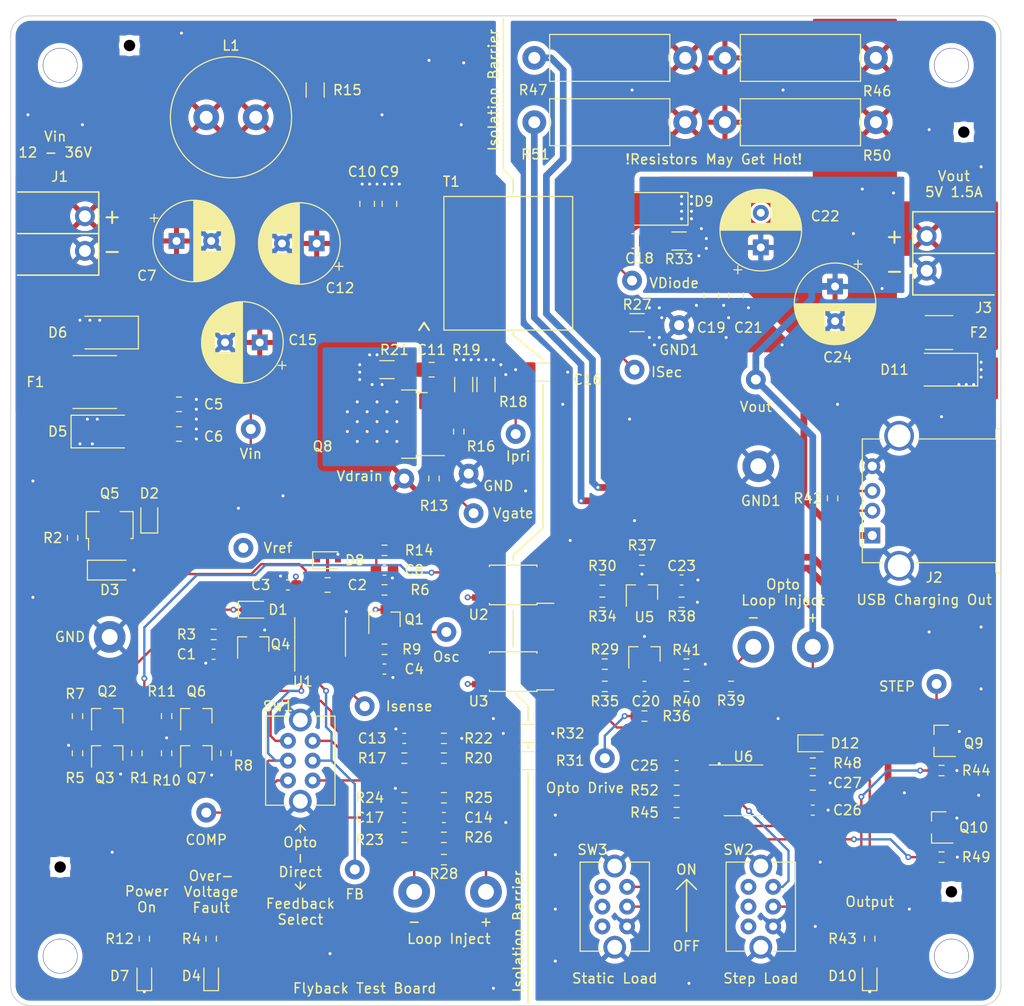
<source format=kicad_pcb>
(kicad_pcb (version 20211014) (generator pcbnew)
  (layers (0 "F.Cu" signal) (1 "In1.Cu" signal) (2 "In2.Cu" signal) (31 "B.Cu" signal) (34 "B.Paste" user) (35 "F.Paste" user) (36 "B.SilkS" user "B.Silkscreen") (37 "F.SilkS" user "F.Silkscreen") (38 "B.Mask" user) (39 "F.Mask" user) (44 "Edge.Cuts" user))
  (net 0 "")
  (net 1 "Net-(C1-Pad1)")
  (net 2 "GND")
  (net 3 "/VREF")
  (net 4 "/OSC")
  (net 5 "/ISENSE")
  (net 6 "/VIN")
  (net 7 "Net-(C11-Pad1)")
  (net 8 "Net-(C11-Pad2)")
  (net 9 "Net-(C13-Pad1)")
  (net 10 "Net-(C14-Pad1)")
  (net 11 "/COMP_DIR")
  (net 12 "/VOUT")
  (net 13 "GND1")
  (net 14 "Net-(D2-Pad1)")
  (net 15 "Net-(D3-Pad1)")
  (net 16 "Net-(F1-Pad1)")
  (net 17 "Net-(J2-Pad2)")
  (net 18 "Net-(J2-Pad3)")
  (net 19 "Net-(F2-Pad2)")
  (net 20 "Net-(D12-Pad1)")
  (net 21 "Net-(Q1-Pad2)")
  (net 22 "Net-(Q2-Pad1)")
  (net 23 "/COMP")
  (net 24 "/STEP_OUT")
  (net 25 "/OVP_TRIG")
  (net 26 "/VFB_OPTO")
  (net 27 "/COMP_OPTO")
  (net 28 "/VFB_DIR")
  (net 29 "/VFB")
  (net 37 "Net-(C2-Pad1)")
  (net 38 "Net-(C5-Pad1)")
  (net 39 "Net-(D4-Pad1)")
  (net 40 "Net-(D7-Pad2)")
  (net 41 "Net-(D10-Pad2)")
  (net 42 "Net-(Q2-Pad2)")
  (net 43 "Net-(Q6-Pad1)")
  (net 44 "Net-(Q6-Pad3)")
  (net 45 "Net-(Q8-Pad1)")
  (net 46 "Net-(Q8-Pad2)")
  (net 47 "Net-(Q10-Pad3)")
  (net 48 "Net-(D8-Pad1)")
  (net 53 "Net-(C25-Pad2)")
  (net 54 "Net-(R29-Pad1)")
  (net 55 "Net-(C18-Pad1)")
  (net 56 "/VOUT_FILT")
  (net 57 "/STEP_OUT_SW")
  (net 58 "Net-(Q9-Pad3)")
  (net 59 "/LOAD_SW")
  (net 60 "Net-(R26-Pad1)")
  (net 61 "Net-(R30-Pad1)")
  (net 62 "Net-(R34-Pad1)")
  (net 63 "Net-(R35-Pad1)")
  (net 64 "Net-(C18-Pad2)")
  (net 65 "Net-(C20-Pad1)")
  (net 66 "Net-(C20-Pad2)")
  (net 67 "Net-(C23-Pad1)")
  (net 68 "Net-(C26-Pad2)")
  (net 69 "Net-(R27-Pad1)")
  (net 70 "Net-(R28-Pad1)")
  (net 71 "Net-(R46-Pad2)")
  (net 72 "Net-(Q2-Pad3)")
  (net 73 "Net-(R50-Pad2)")
  (footprint "wbraun_smd:Switch_DPDT_OS202011MS2QS1" (layer "F.Cu") (at 169.25 115.25 -90)
    (fp_text reference "SW1")
    (fp_text value "SW_DPDT_x2")
  )
  (footprint "Resistor_SMD:R_0603_1608Metric_Pad0.98x0.95mm_HandSolder" (layer "F.Cu") (at 203.75 95 180)
    (fp_text reference "R37")
    (fp_text value "4.7k")
  )
  (footprint "Resistor_THT:R_Axial_DIN0414_L11.9mm_D4.5mm_P15.24mm_Horizontal" (layer "F.Cu") (at 227.37 50.75 180)
    (fp_text reference "R50")
    (fp_text value "5.1")
  )
  (footprint "Diode_SMD:D_SOD-323" (layer "F.Cu") (at 221 113.5)
    (fp_text reference "D12")
    (fp_text value "BAT46WJ" hide)
  )
  (footprint "Resistor_THT:R_Axial_DIN0414_L11.9mm_D4.5mm_P15.24mm_Horizontal" (layer "F.Cu") (at 208.12 44.25 180)
    (fp_text reference "R47")
    (fp_text value "5.1")
  )
  (footprint "wbraun_smd:JLC_TOOLING_HOLE" (layer "F.Cu") (at 235 128.5)
    (fp_text reference "J5" hide)
    (fp_text value "JLC_TOOLING" hide)
  )
  (footprint "Resistor_SMD:R_1206_3216Metric_Pad1.30x1.75mm_HandSolder" (layer "F.Cu") (at 188 77.25 -90)
    (fp_text reference "R18")
    (fp_text value "0.75")
  )
  (footprint "Resistor_SMD:R_0603_1608Metric_Pad0.98x0.95mm_HandSolder" (layer "F.Cu") (at 179.75 119 180)
    (fp_text reference "R24")
    (fp_text value "4.7k")
  )
  (footprint "Capacitor_SMD:C_0805_2012Metric_Pad1.18x1.45mm_HandSolder" (layer "F.Cu") (at 203 62.75)
    (fp_text reference "C18")
    (fp_text value "DNP")
  )
  (footprint "Capacitor_SMD:C_0805_2012Metric_Pad1.18x1.45mm_HandSolder" (layer "F.Cu") (at 221 117.5)
    (fp_text reference "C27")
    (fp_text value "4.7u")
  )
  (footprint "Resistor_SMD:R_0603_1608Metric_Pad0.98x0.95mm_HandSolder" (layer "F.Cu") (at 199.75 97)
    (fp_text reference "R30")
    (fp_text value "10k")
  )
  (footprint "wbraun_smd:SOT-23" (layer "F.Cu") (at 149.75 110.75 90)
    (fp_text reference "Q2")
    (fp_text value "SS8550")
  )
  (footprint "Capacitor_THT:CP_Radial_D8.0mm_P3.50mm" (layer "F.Cu") (at 170.902651 63 180)
    (fp_text reference "C12")
    (fp_text value "100u")
  )
  (footprint "Capacitor_SMD:C_0805_2012Metric_Pad1.18x1.45mm_HandSolder" (layer "F.Cu") (at 210.75 68.25 -90)
    (fp_text reference "C19")
    (fp_text value "4.7u")
  )
  (footprint "Fuse:Fuse_2920_7451Metric" (layer "F.Cu") (at 148.5 77)
    (fp_text reference "F1")
    (fp_text value "1.85A")
  )
  (footprint "Package_SO:SO-8_3.9x4.9mm_P1.27mm" (layer "F.Cu") (at 171.25 102.75 90)
    (fp_text reference "U1")
    (fp_text value "UC3843BD1013TR")
  )
  (footprint "Resistor_SMD:R_0603_1608Metric_Pad0.98x0.95mm_HandSolder" (layer "F.Cu") (at 234 116.25 180)
    (fp_text reference "R44")
    (fp_text value "10k")
  )
  (footprint "Resistor_SMD:R_0603_1608Metric_Pad0.98x0.95mm_HandSolder" (layer "F.Cu") (at 160.25 133.25 90)
    (fp_text reference "R4")
    (fp_text value "470")
  )
  (footprint "Resistor_SMD:R_0603_1608Metric_Pad0.98x0.95mm_HandSolder" (layer "F.Cu") (at 183.75 125.25 180)
    (fp_text reference "R28")
    (fp_text value "22")
  )
  (footprint "wbraun_smd:THM_COMPACT" (layer "F.Cu") (at 188 128.5)
    (fp_text reference "TP17" hide)
    (fp_text value "RH-5012" hide)
  )
  (footprint "wbraun_smd:SOT-23" (layer "F.Cu") (at 234 113.25 180)
    (fp_text reference "Q9")
    (fp_text value "AO3400A")
  )
  (footprint "wbraun_smd:THM_MINI" (layer "F.Cu") (at 202.75 66.75)
    (fp_text reference "TP15" hide)
    (fp_text value "DNP" hide)
  )
  (footprint "Resistor_SMD:R_0603_1608Metric_Pad0.98x0.95mm_HandSolder" (layer "F.Cu") (at 177.75 98)
    (fp_text reference "R6")
    (fp_text value "2.2k")
  )
  (footprint "Package_TO_SOT_SMD:SOT-89-3" (layer "F.Cu") (at 150 91.75 90)
    (fp_text reference "Q5")
    (fp_text value "2SD1767")
  )
  (footprint "wbraun_smd:THM_MINI" (layer "F.Cu") (at 179.75 86.75)
    (fp_text reference "TP9" hide)
    (fp_text value "DNP" hide)
  )
  (footprint "Resistor_SMD:R_0603_1608Metric_Pad0.98x0.95mm_HandSolder" (layer "F.Cu") (at 146.75 110.75 90)
    (fp_text reference "R7")
    (fp_text value "2.2k")
  )
  (footprint "Resistor_SMD:R_0603_1608Metric_Pad0.98x0.95mm_HandSolder" (layer "F.Cu") (at 155.75 110.75 -90)
    (fp_text reference "R11")
    (fp_text value "2.2k")
  )
  (footprint "Resistor_SMD:R_0603_1608Metric_Pad0.98x0.95mm_HandSolder" (layer "F.Cu") (at 155.75 114.5 90)
    (fp_text reference "R10")
    (fp_text value "2.2k")
  )
  (footprint "Capacitor_SMD:C_0805_2012Metric_Pad1.18x1.45mm_HandSolder" (layer "F.Cu") (at 178.25 59 90)
    (fp_text reference "C9")
    (fp_text value "1u")
  )
  (footprint "Resistor_SMD:R_0603_1608Metric_Pad0.98x0.95mm_HandSolder" (layer "F.Cu") (at 200 107.75)
    (fp_text reference "R35")
    (fp_text value "1k")
  )
  (footprint "Package_SO:SO-4_4.4x3.6mm_P2.54mm" (layer "F.Cu") (at 190.75 97.5 180)
    (fp_text reference "U2")
    (fp_text value "LTV-356T-B")
  )
  (footprint "wbraun_smd:M3-mounting-hole-insulated" (layer "F.Cu") (at 235 135)
    (fp_text reference "J8")
    (fp_text value "DNP")
  )
  (footprint "Resistor_SMD:R_1206_3216Metric_Pad1.30x1.75mm_HandSolder" (layer "F.Cu") (at 203.25 71)
    (fp_text reference "R27")
    (fp_text value "0.1")
  )
  (footprint "wbraun_smd:THM_COMPACT" (layer "F.Cu") (at 221 103.75)
    (fp_text reference "TP18" hide)
    (fp_text value "RH-5012" hide)
  )
  (footprint "Resistor_SMD:R_1206_3216Metric_Pad1.30x1.75mm_HandSolder" (layer "F.Cu") (at 178 75.75 180)
    (fp_text reference "R21")
    (fp_text value "DNP")
  )
  (footprint "Capacitor_SMD:C_0603_1608Metric_Pad1.08x0.95mm_HandSolder" (layer "F.Cu") (at 221 120.25 180)
    (fp_text reference "C26")
    (fp_text value "0.47u")
  )
  (footprint "Resistor_SMD:R_0603_1608Metric_Pad0.98x0.95mm_HandSolder" (layer "F.Cu") (at 152.75 114.5 90)
    (fp_text reference "R1")
    (fp_text value "470")
  )
  (footprint "Capacitor_THT:CP_Radial_D8.0mm_P3.50mm" (layer "F.Cu") (at 165.152651 73 180)
    (fp_text reference "C15")
    (fp_text value "100u")
  )
  (footprint "Resistor_SMD:R_0603_1608Metric_Pad0.98x0.95mm_HandSolder" (layer "F.Cu") (at 183.75 115)
    (fp_text reference "R20")
    (fp_text value "10k")
  )
  (footprint "Resistor_SMD:R_0603_1608Metric_Pad0.98x0.95mm_HandSolder" (layer "F.Cu") (at 185.25 82 -90)
    (fp_text reference "R16")
    (fp_text value "10k")
  )
  (footprint "Capacitor_SMD:C_0603_1608Metric_Pad1.08x0.95mm_HandSolder" (layer "F.Cu") (at 177.75 106)
    (fp_text reference "C4")
    (fp_text value "3.3n")
  )
  (footprint "wbraun_smd:SOT-23" (layer "F.Cu") (at 233.75 122 180)
    (fp_text reference "Q10")
    (fp_text value "AO3400A")
  )
  (footprint "Diode_SMD:D_SMA" (layer "F.Cu") (at 205 59.5 180)
    (fp_text reference "D9")
    (fp_text value "B340AE-13")
  )
  (footprint "wbraun_smd:THM_COMPACT" (layer "F.Cu") (at 180.75 128.5)
    (fp_text reference "TP13" hide)
    (fp_text value "RH-5012" hide)
  )
  (footprint "wbraun_smd:THM_MINI" (layer "F.Cu") (at 200 115)
    (fp_text reference "TP16" hide)
    (fp_text value "DNP" hide)
  )
  (footprint "Resistor_SMD:R_1206_3216Metric_Pad1.30x1.75mm_HandSolder" (layer "F.Cu") (at 192.25 112.5 180)
    (fp_text reference "R32")
    (fp_text value "0")
  )
  (footprint "wbraun_smd:Terminal-block-plug_2x1_3.5mm-pitch" (layer "F.Cu") (at 232.5 64 -90)
    (fp_text reference "J3")
    (fp_text value "3.5mm Terminal Plug")
  )
  (footprint "Diode_SMD:D_SMA" (layer "F.Cu") (at 234.25 75.75 180)
    (fp_text reference "D11")
    (fp_text value "SMAJ6.0CA")
  )
  (footprint "wbraun_smd:Switch_DPDT_OS202011MS2QS1" (layer "F.Cu") (at 201 130 -90)
    (fp_text reference "SW3")
    (fp_text value "SW_DPDT_x2")
  )
  (footprint "Capacitor_SMD:C_0603_1608Metric_Pad1.08x0.95mm_HandSolder" (layer "F.Cu") (at 207.25 115.75 180)
    (fp_text reference "C25")
    (fp_text value "4.7u")
  )
  (footprint "wbraun_smd:THM_MINI" (layer "F.Cu") (at 207.5 71.25)
    (fp_text reference "TP12" hide)
    (fp_text value "DNP" hide)
  )
  (footprint "wbraun_smd:JLC_TOOLING_HOLE" (layer "F.Cu") (at 145 126)
    (fp_text reference "J6" hide)
    (fp_text value "JLC_TOOLING" hide)
  )
  (footprint "Diode_SMD:D_SOD-323" (layer "F.Cu") (at 172 95)
    (fp_text reference "D8")
    (fp_text value "BAT46WJ")
  )
  (footprint "Package_SO:SOIC-8_3.9x4.9mm_P1.27mm" (layer "F.Cu") (at 214 118.25)
    (fp_text reference "U6")
    (fp_text value "TS555IDTTR")
  )
  (footprint "Resistor_SMD:R_0603_1608Metric_Pad0.98x0.95mm_HandSolder" (layer "F.Cu") (at 177.75 104 180)
    (fp_text reference "R9")
    (fp_text value "2.2k")
  )
  (footprint "wbraun_smd:M3-mounting-hole-insulated" (layer "F.Cu") (at 145 45)
    (fp_text reference "J10")
    (fp_text value "DNP")
  )
  (footprint "Capacitor_SMD:C_0603_1608Metric_Pad1.08x0.95mm_HandSolder" (layer "F.Cu") (at 168 97.5 180)
    (fp_text reference "C3")
    (fp_text value "0.47u")
  )
  (footprint "Resistor_SMD:R_0603_1608Metric_Pad0.98x0.95mm_HandSolder" (layer "F.Cu") (at 161.75 114.5 -90)
    (fp_text reference "R8")
    (fp_text value "470")
  )
  (footprint "LED_SMD:LED_0603_1608Metric" (layer "F.Cu") (at 153.5 137 90)
    (fp_text reference "D7")
    (fp_text value "LED")
  )
  (footprint "wbraun_smd:M3-mounting-hole-insulated" (layer "F.Cu") (at 145 135)
    (fp_text reference "J11")
    (fp_text value "DNP")
  )
  (footprint "wbraun_smd:THM_MINI" (layer "F.Cu") (at 175.75 109.75)
    (fp_text reference "TP2" hide)
    (fp_text value "DNP" hide)
  )
  (footprint "Diode_SMD:D_SMA" (layer "F.Cu") (at 149.5 82)
    (fp_text reference "D5")
    (fp_text value "SMAJ36CA")
  )
  (footprint "Resistor_SMD:R_0603_1608Metric_Pad0.98x0.95mm_HandSolder" (layer "F.Cu") (at 160.5 102.5)
    (fp_text reference "R3")
    (fp_text value "27k")
  )
  (footprint "wbraun_smd:THM_MINI" (layer "F.Cu") (at 203 75.75)
    (fp_text reference "TP14" hide)
    (fp_text value "DNP" hide)
  )
  (footprint "wbraun_smd:THM_MINI" (layer "F.Cu") (at 186.75 90.25)
    (fp_text reference "TP7" hide)
    (fp_text value "DNP" hide)
  )
  (footprint "Resistor_SMD:R_0603_1608Metric_Pad0.98x0.95mm_HandSolder" (layer "F.Cu") (at 146.25 92.75 -90)
    (fp_text reference "R2")
    (fp_text value "10k")
  )
  (footprint "Inductor_THT:L_Radial_D12.0mm_P5.00mm_Fastron_11P" (layer "F.Cu") (at 159.75 50.25)
    (fp_text reference "L1")
    (fp_text value "DNP")
  )
  (footprint "Capacitor_SMD:C_0805_2012Metric_Pad1.18x1.45mm_HandSolder" (layer "F.Cu") (at 157 82.25)
    (fp_text reference "C6")
    (fp_text value "DNP")
  )
  (footprint "wbraun_smd:THM_MINI" (layer "F.Cu") (at 159.75 120.5)
    (fp_text reference "TP5" hide)
    (fp_text value "DNP" hide)
  )
  (footprint "wbraun_smd:THM_MINI" (layer "F.Cu") (at 164.25 81.75)
    (fp_text reference "TP11" hide)
    (fp_text value "DNP" hide)
  )
  (footprint "Capacitor_SMD:C_1206_3216Metric_Pad1.33x1.80mm_HandSolder" (layer "F.Cu") (at 193.75 76)
    (fp_text reference "C16")
    (fp_text value "1n")
  )
  (footprint "Diode_SMD:D_SOD-323" (layer "F.Cu") (at 164.5 100)
    (fp_text reference "D1")
    (fp_text value "BAT46WJ")
  )
  (footprint "wbraun_smd:THM_MINI" (layer "F.Cu") (at 186.25 86.25)
    (fp_text reference "TP8" hide)
    (fp_text value "DNP" hide)
  )
  (footprint "wbraun_smd:JLC_TOOLING_HOLE" (layer "F.Cu") (at 236.25 51.75)
    (fp_text reference "J4" hide)
    (fp_text value "JLC_TOOLING" hide)
  )
  (footprint "Resistor_SMD:R_0603_1608Metric_Pad0.98x0.95mm_HandSolder" (layer "F.Cu") (at 208.25 105.5)
    (fp_text reference "R41")
    (fp_text value "3k")
  )
  (footprint "Resistor_SMD:R_0603_1608Metric_Pad0.98x0.95mm_HandSolder" (layer "F.Cu") (at 207.25 118.25 180)
    (fp_text reference "R52")
    (fp_text value "4.7k")
  )
  (footprint "Diode_SMD:D_SOD-123" (layer "F.Cu") (at 150 96)
    (fp_text reference "D3")
    (fp_text value "MMSZ15T1G")
  )
  (footprint "wbraun_smd:Terminal-block-plug_2x1_3.5mm-pitch" (layer "F.Cu") (at 147.5 62 90)
    (fp_text reference "J1")
    (fp_text value "3.5mm Terminal Plug")
  )
  (footprint "LED_SMD:LED_0603_1608Metric" (layer "F.Cu") (at 160.25 137 90)
    (fp_text reference "D4")
    (fp_text value "LED")
  )
  (footprint "wbraun_smd:THM_COMPACT" (layer "F.Cu") (at 150 102.75)
    (fp_text reference "TP3" hide)
    (fp_text value "5011" hide)
  )
  (footprint "Connector_USB:USB_A_Stewart_SS-52100-001_Horizontal" (layer "F.Cu") (at 227.01 92.5 90)
    (fp_text reference "J2")
    (fp_text value "USB_A")
  )
  (footprint "Resistor_SMD:R_0603_1608Metric_Pad0.98x0.95mm_HandSolder" (layer "F.Cu") (at 183.75 113 180)
    (fp_text reference "R22")
    (fp_text value "1k")
  )
  (footprint "Capacitor_SMD:C_0603_1608Metric_Pad1.08x0.95mm_HandSolder" (layer "F.Cu") (at 179.75 113 180)
    (fp_text reference "C13")
    (fp_text value "39n")
  )
  (footprint "Resistor_SMD:R_0603_1608Metric_Pad0.98x0.95mm_HandSolder" (layer "F.Cu") (at 207.75 99.25 180)
    (fp_text reference "R38")
    (fp_text value "3k")
  )
  (footprint "Capacitor_THT:CP_Radial_D8.0mm_P3.50mm" (layer "F.Cu") (at 223.25 67.347349 -90)
    (fp_text reference "C24")
    (fp_text value "DNP")
  )
  (footprint "Resistor_SMD:R_0603_1608Metric_Pad0.98x0.95mm_HandSolder" (layer "F.Cu") (at 226.75 133.25 90)
    (fp_text reference "R43")
    (fp_text value "1k")
  )
  (footprint "Resistor_SMD:R_0603_1608Metric_Pad0.98x0.95mm_HandSolder" (layer "F.Cu") (at 221 115.5 180)
    (fp_text reference "R48")
    (fp_text value "330")
  )
  (footprint "wbraun_smd:Transformer_POE13P" (layer "F.Cu") (at 190.25 65)
    (fp_text reference "T1")
    (fp_text value "HR051142")
  )
  (footprint "Package_SO:SO-4_4.4x3.6mm_P2.54mm" (layer "F.Cu") (at 190.75 106.25 180)
    (fp_text reference "U3")
    (fp_text value "LTV-356T-B")
  )
  (footprint "wbraun_smd:SOT-23" (layer "F.Cu") (at 158.75 114.5 90)
    (fp_text reference "Q7")
    (fp_text value "MMBT3904")
  )
  (footprint "wbraun_smd:SOT-23" (layer "F.Cu") (at 164.5 103.5 90)
    (fp_text reference "Q4")
    (fp_text value "SS8550")
  )
  (footprint "Resistor_SMD:R_0603_1608Metric_Pad0.98x0.95mm_HandSolder" (layer "F.Cu") (at 223 88.75 90)
    (fp_text reference "R42")
    (fp_text value "22")
  )
  (footprint "Diode_SMD:D_SMA" (layer "F.Cu") (at 149.5 72 180)
    (fp_text reference "D6")
    (fp_text value "STPS2H100A")
  )
  (footprint "wbraun_smd:SOT-23" (layer "F.Cu") (at 204 104.5 90)
    (fp_text reference "U4" hide)
    (fp_text value "TL431")
  )
  (footprint "Capacitor_SMD:C_0805_2012Metric_Pad1.18x1.45mm_HandSolder" (layer "F.Cu") (at 157 79.25)
    (fp_text reference "C5")
    (fp_text value "DNP")
  )
  (footprint "Resistor_THT:R_Axial_DIN0414_L11.9mm_D4.5mm_P15.24mm_Horizontal" (layer "F.Cu") (at 227.37 44.25 180)
    (fp_text reference "R46")
    (fp_text value "5.1")
  )
  (footprint "Resistor_SMD:R_1206_3216Metric_Pad1.30x1.75mm_HandSolder" (layer "F.Cu") (at 207.5 62.75 180)
    (fp_text reference "R33")
    (fp_text value "DNP")
  )
  (footprint "Capacitor_SMD:C_0805_2012Metric_Pad1.18x1.45mm_HandSolder" (layer "F.Cu") (at 172 97.5)
    (fp_text reference "C2")
    (fp_text value "4.7u")
  )
  (footprint "Resistor_SMD:R_0603_1608Metric_Pad0.98x0.95mm_HandSolder" (layer "F.Cu") (at 182.75 86.75 90)
    (fp_text reference "R13")
    (fp_text value "22")
  )
  (footprint "Resistor_SMD:R_1206_3216Metric_Pad1.30x1.75mm_HandSolder" (layer "F.Cu") (at 185.75 77.25 -90)
    (fp_text reference "R19")
    (fp_text value "0.75")
  )
  (footprint "Resistor_SMD:R_0603_1608Metric_Pad0.98x0.95mm_HandSolder" (layer "F.Cu") (at 183.75 123 180)
    (fp_text reference "R26")
    (fp_text value "4.7k")
  )
  (footprint "Capacitor_THT:CP_Radial_D8.0mm_P3.50mm" (layer "F.Cu") (at 215.75 63.402651 90)
    (fp_text reference "C22")
    (fp_text value "680u")
  )
  (footprint "Resistor_SMD:R_0603_1608Metric_Pad0.98x0.95mm_HandSolder" (layer "F.Cu") (at 179.75 115 180)
    (fp_text reference "R17")
    (fp_text value "10k")
  )
  (footprint "wbraun_smd:SOT-23" (layer "F.Cu") (at 149.75 114.5 90)
    (fp_text reference "Q3")
    (fp_text value "MMBT3904")
  )
  (footprint "Resistor_SMD:R_0603_1608Metric_Pad0.98x0.95mm_HandSolder" (layer "F.Cu") (at 200 105.5)
    (fp_text reference "R29")
    (fp_text value "330")
  )
  (footprint "wbraun_smd:THM_MINI" (layer "F.Cu") (at 233.5 107.5)
    (fp_text reference "TP22" hide)
    (fp_text value "DNP" hide)
  )
  (footprint "Capacitor_SMD:C_0603_1608Metric_Pad1.08x0.95mm_HandSolder" (layer "F.Cu") (at 177.75 96)
    (fp_text reference "C8")
    (fp_text value "470p")
  )
  (footprint "Capacitor_SMD:C_0805_2012Metric_Pad1.18x1.45mm_HandSolder" (layer "F.Cu") (at 182.5 75.75)
    (fp_text reference "C11")
    (fp_text value "DNP")
  )
  (footprint "wbraun_smd:Switch_DPDT_OS202011MS2QS1" (layer "F.Cu") (at 215.75 130 -90)
    (fp_text reference "SW2")
    (fp_text value "SW_DPDT_x2")
  )
  (footprint "Capacitor_SMD:C_0603_1608Metric_Pad1.08x0.95mm_HandSolder" (layer "F.Cu") (at 183.75 121 180)
    (fp_text reference "C14")
    (fp_text value "22n")
  )
  (footprint "Resistor_SMD:R_0603_1608Metric_Pad0.98x0.95mm_HandSolder" (layer "F.Cu") (at 146.75 114.5 90)
    (fp_text reference "R5")
    (fp_text value "2.2k")
  )
  (footprint "Resistor_SMD:R_0603_1608Metric_Pad0.98x0.95mm_HandSolder" (layer "F.Cu") (at 204 110.75)
    (fp_text reference "R36")
    (fp_text value "1k")
  )
  (footprint "wbraun_smd:SOT-23" (layer "F.Cu") (at 158.75 110.75 90)
    (fp_text reference "Q6")
    (fp_text value "SS8550")
  )
  (footprint "Capacitor_SMD:C_0603_1608Metric_Pad1.08x0.95mm_HandSolder" (layer "F.Cu") (at 207.75 97)
    (fp_text reference "C23")
    (fp_text value "3.3n")
  )
  (footprint "wbraun_smd:SOT-23" (layer "F.Cu") (at 177.75 101 90)
    (fp_text reference "Q1")
    (fp_text value "MMBT3904")
  )
  (footprint "Capacitor_SMD:C_0805_2012Metric_Pad1.18x1.45mm_HandSolder" (layer "F.Cu") (at 213.25 68.25 -90)
    (fp_text reference "C21")
    (fp_text value "DNP")
  )
  (footprint "Resistor_THT:R_Axial_DIN0414_L11.9mm_D4.5mm_P15.24mm_Horizontal" (layer "F.Cu") (at 208.12 50.75 180)
    (fp_text reference "R51")
    (fp_text value "5.1")
  )
  (footprint "Package_TO_SOT_SMD:TO-252-2" (layer "F.Cu") (at 178.5 81.25 180)
    (fp_text reference "Q8")
    (fp_text value "IRFR120N")
  )
  (footprint "wbraun_smd:THM_COMPACT" (layer "F.Cu") (at 215 103.75)
    (fp_text reference "TP19" hide)
    (fp_text value "RH-5012" hide)
  )
  (footprint "Resistor_SMD:R_0603_1608Metric_Pad0.98x0.95mm_HandSolder" (layer "F.Cu") (at 199.75 99.25 180)
    (fp_text reference "R34")
    (fp_text value "1k")
  )
  (footprint "Resistor_SMD:R_1206_3216Metric_Pad1.30x1.75mm_HandSolder" (layer "F.Cu") (at 170.75 47.5 -90)
    (fp_text reference "R15")
    (fp_text value "0")
  )
  (footprint "wbraun_smd:M3-mounting-hole-insulated" (layer "F.Cu") (at 235 45)
    (fp_text reference "J9")
    (fp_text value "DNP")
  )
  (footprint "wbraun_smd:SOT-23" (layer "F.Cu") (at 203.75 98.25 90)
    (fp_text reference "U5")
    (fp_text value "TL431")
  )
  (footprint "Capacitor_SMD:C_0603_1608Metric_Pad1.08x0.95mm_HandSolder" (layer "F.Cu") (at 204 107.75)
    (fp_text reference "C20")
    (fp_text value "220n")
  )
  (footprint "Resistor_SMD:R_1206_3216Metric_Pad1.30x1.75mm_HandSolder" (layer "F.Cu") (at 192.25 115.25 180)
    (fp_text reference "R31")
    (fp_text value "0")
  )
  (footprint "LED_SMD:LED_0603_1608Metric" (layer "F.Cu") (at 226.75 137 90)
    (fp_text reference "D10")
    (fp_text value "LED")
  )
  (footprint "Capacitor_SMD:C_0805_2012Metric_Pad1.18x1.45mm_HandSolder" (layer "F.Cu") (at 176 59 90)
    (fp_text reference "C10")
    (fp_text value "DNP")
  )
  (footprint "Resistor_SMD:R_0603_1608Metric_Pad0.98x0.95mm_HandSolder" (layer "F.Cu") (at 153.5 133.25 90)
    (fp_text reference "R12")
    (fp_text value "1k")
  )
  (footprint "wbraun_smd:THM_COMPACT" (layer "F.Cu") (at 215.5 85.5)
    (fp_text reference "TP21" hide)
    (fp_text value "5011" hide)
  )
  (footprint "wbraun_smd:THM_MINI" (layer "F.Cu") (at 191 82.25)
    (fp_text reference "TP10" hide)
    (fp_text value "DNP" hide)
  )
  (footprint "Resistor_SMD:R_0603_1608Metric_Pad0.98x0.95mm_HandSolder" (layer "F.Cu") (at 183.75 119)
    (fp_text reference "R25")
    (fp_text value "27k")
  )
  (footprint "Resistor_SMD:R_0603_1608Metric_Pad0.98x0.95mm_HandSolder" (layer "F.Cu") (at 207.25 120.5 180)
    (fp_text reference "R45")
    (fp_text value "DNP")
  )
  (footprint "Resistor_SMD:R_0603_1608Metric_Pad0.98x0.95mm_HandSolder" (layer "F.Cu") (at 234 125 180)
    (fp_text reference "R49")
    (fp_text value "10k")
  )
  (footprint "wbraun_smd:THM_MINI" (layer "F.Cu") (at 215.25 76.75)
    (fp_text reference "TP20" hide)
    (fp_text value "DNP" hide)
  )
  (footprint "Capacitor_SMD:C_0603_1608Metric_Pad1.08x0.95mm_HandSolder" (layer "F.Cu") (at 160.5 104.5 180)
    (fp_text reference "C1")
    (fp_text value "4.7u")
  )
  (footprint "wbraun_smd:THM_MINI" (layer "F.Cu") (at 174.75 126.25)
    (fp_text reference "TP4" hide)
    (fp_text value "DNP" hide)
  )
  (footprint "Resistor_SMD:R_0603_1608Metric_Pad0.98x0.95mm_HandSolder" (layer "F.Cu") (at 177.75 94 180)
    (fp_text reference "R14")
    (fp_text value "470")
  )
  (footprint "wbraun_smd:THM_MINI" (layer "F.Cu") (at 184 102.25)
    (fp_text reference "TP1" hide)
    (fp_text value "DNP" hide)
  )
  (footprint "Capacitor_THT:CP_Radial_D8.0mm_P3.50mm" (layer "F.Cu") (at 156.75 62.75)
    (fp_text reference "C7")
    (fp_text value "DNP")
  )
  (footprint "Fuse:Fuse_1812_4532Metric" (layer "F.Cu") (at 233.75 72)
    (fp_text reference "F2")
    (fp_text value "2.6A")
  )
  (footprint "Resistor_SMD:R_0603_1608Metric_Pad0.98x0.95mm_HandSolder" (layer "F.Cu") (at 212.75 107.75 180)
    (fp_text reference "R39")
    (fp_text value "22")
  )
  (footprint "Resistor_SMD:R_0603_1608Metric_Pad0.98x0.95mm_HandSolder" (layer "F.Cu") (at 179.75 123 180)
    (fp_text reference "R23")
    (fp_text value "DNP")
  )
  (footprint "wbraun_smd:THM_MINI" (layer "F.Cu") (at 163.5 93.75)
    (fp_text reference "TP6" hide)
    (fp_text value "DNP" hide)
  )
  (footprint "wbraun_smd:JLC_TOOLING_HOLE" (layer "F.Cu") (at 152 43)
    (fp_text reference "J7" hide)
    (fp_text value "JLC_TOOLING" hide)
  )
  (footprint "Resistor_SMD:R_0603_1608Metric_Pad0.98x0.95mm_HandSolder" (layer "F.Cu") (at 208.25 107.75 180)
    (fp_text reference "R40")
    (fp_text value "3k")
  )
  (footprint "Capacitor_SMD:C_0603_1608Metric_Pad1.08x0.95mm_HandSolder" (layer "F.Cu") (at 179.75 121 180)
    (fp_text reference "C17")
    (fp_text value "1.5n")
  )
  (footprint "Diode_SMD:D_SOD-323" (layer "F.Cu") (at 154 90.75 90)
    (fp_text reference "D2")
    (fp_text value "BAT46WJ")
  )
  (gr_line (start 192.25 114) (end 192.25 113.75) (layer "F.SilkS") (width 0.15))
  (gr_line (start 190.75 56.5) (end 190.75 58) (layer "F.SilkS") (width 0.15))
  (gr_line (start 208.25 127.25) (end 208.25 132.5) (layer "F.SilkS") (width 0.15))
  (gr_line (start 190.75 56.5) (end 189.75 55.5) (layer "F.SilkS") (width 0.15))
  (gr_line (start 192.25 109.75) (end 192.25 111.25) (layer "F.SilkS") (width 0.15))
  (gr_line (start 191 108.5) (end 192.25 109.75) (layer "F.SilkS") (width 0.15))
  (gr_line (start 169.25 121.75) (end 168.75 122.25) (layer "F.SilkS") (width 0.15))
  (gr_line (start 192.25 116.5) (end 192.25 139.75) (layer "F.SilkS") (width 0.15))
  (gr_line (start 169.25 121.75) (end 169.75 122.25) (layer "F.SilkS") (width 0.15))
  (gr_line (start 208.25 127.25) (end 209.25 128.25) (layer "F.SilkS") (width 0.15))
  (gr_line (start 193.75 91.75) (end 190.75 94.5) (layer "F.SilkS") (width 0.15))
  (gr_line (start 189.75 55.5) (end 189.75 40.259) (layer "F.SilkS") (width 0.15))
  (gr_line (start 169.25 124.75) (end 169.25 125.5) (layer "F.SilkS") (width 0.15))
  (gr_line (start 169.25 121.75) (end 169.25 122.5) (layer "F.SilkS") (width 0.15))
  (gr_line (start 169.25 127.75) (end 169.25 127.5) (layer "F.SilkS") (width 0.15))
  (gr_line (start 193.75 74.75) (end 190.75 72.25) (layer "F.SilkS") (width 0.15))
  (gr_line (start 193.75 79) (end 193.75 77.25) (layer "F.SilkS") (width 0.15))
  (gr_line (start 208.25 127.25) (end 207.25 128.25) (layer "F.SilkS") (width 0.15))
  (gr_line (start 190.75 94.5) (end 190.75 95) (layer "F.SilkS") (width 0.15))
  (gr_line (start 169.25 127.75) (end 169.25 128.25) (layer "F.SilkS") (width 0.15))
  (gr_line (start 190.75 72.25) (end 190.75 72) (layer "F.SilkS") (width 0.15))
  (gr_line (start 193.75 79) (end 193.75 91.75) (layer "F.SilkS") (width 0.15))
  (gr_line (start 169.25 128.25) (end 169.75 127.75) (layer "F.SilkS") (width 0.15))
  (gr_line (start 190.75 100) (end 190.75 103.75) (layer "F.SilkS") (width 0.15))
  (gr_line (start 169.25 128.25) (end 168.75 127.75) (layer "F.SilkS") (width 0.15))
  (gr_arc (start 240 138) (mid 239.414214 139.414214) (end 238 140) (layer "Edge.Cuts") (width 0.1))
  (gr_line (start 238 40) (end 142 40) (layer "Edge.Cuts") (width 0.1))
  (gr_line (start 142 140) (end 238 140) (layer "Edge.Cuts") (width 0.1))
  (gr_line (start 140 42) (end 140 138) (layer "Edge.Cuts") (width 0.1))
  (gr_arc (start 140 42) (mid 140.585786 40.585786) (end 142 40) (layer "Edge.Cuts") (width 0.1))
  (gr_line (start 240 138) (end 240 42) (layer "Edge.Cuts") (width 0.1))
  (gr_arc (start 238 40) (mid 239.414214 40.585786) (end 240 42) (layer "Edge.Cuts") (width 0.1))
  (gr_arc (start 142 140) (mid 140.585786 139.414214) (end 140 138) (layer "Edge.Cuts") (width 0.1))
  (gr_text "GND" (at 146 102.75) (layer "F.SilkS") (effects (font (size 1 1))))
  (gr_text "Static Load" (at 201 137.25) (layer "F.SilkS") (effects (font (size 1 1))))
  (gr_text "Vdrain" (at 175.25 86.5) (layer "F.SilkS") (effects (font (size 1 1))))
  (gr_text "-" (at 150.25 63.75) (layer "F.SilkS") (effects (font (size 1.5 1.5) (thickness 0.2))))
  (gr_text "Isolation Barrier" (at 191.25 132.5 90) (layer "F.SilkS") (effects (font (size 1 1))))
  (gr_text "+" (at 221 100.75) (layer "F.SilkS") (effects (font (size 1 1))))
  (gr_text "OFF" (at 208.25 134) (layer "F.SilkS") (effects (font (size 1 1))))
  (gr_text "Vout\n5V 1.5A" (at 235.25 57) (layer "F.SilkS") (effects (font (size 1 1))))
  (gr_text "Ipri" (at 191.25 84.5) (layer "F.SilkS") (effects (font (size 1 1))))
  (gr_text "Opto Drive" (at 198 118) (layer "F.SilkS") (effects (font (size 1 1))))
  (gr_text "Direct" (at 169.25 126.5) (layer "F.SilkS") (effects (font (size 1 1))))
  (gr_text "!Resistors May Get Hot!" (at 211 54.5) (layer "F.SilkS") (effects (font (size 1 1))))
  (gr_text "ON" (at 208.25 126.25) (layer "F.SilkS") (effects (font (size 1 1))))
  (gr_text "Opto" (at 169.25 123.5) (layer "F.SilkS") (effects (font (size 1 1))))
  (gr_text "Vgate" (at 190.75 90.25) (layer "F.SilkS") (effects (font (size 1 1))))
  (gr_text "Opto\nLoop Inject" (at 218 98.25) (layer "F.SilkS") (effects (font (size 1 1))))
  (gr_text "ISec" (at 206.25 76) (layer "F.SilkS") (effects (font (size 1 1))))
  (gr_text "Power\nOn" (at 153.75 129.25) (layer "F.SilkS") (effects (font (size 1 1))))
  (gr_text "VDiode" (at 207 67) (layer "F.SilkS") (effects (font (size 1 1))))
  (gr_text "Output" (at 226.75 129.5) (layer "F.SilkS") (effects (font (size 1 1))))
  (gr_text "-" (at 215 100.75) (layer "F.SilkS") (effects (font (size 1 1))))
  (gr_text "USB Charging Out" (at 232.25 99) (layer "F.SilkS") (effects (font (size 1 1))))
  (gr_text "GND1" (at 215.75 89) (layer "F.SilkS") (effects (font (size 1 1))))
  (gr_text "Over-\nVoltage\nFault" (at 160.25 128.5) (layer "F.SilkS") (effects (font (size 1 1))))
  (gr_text "STEP" (at 229.5 107.75) (layer "F.SilkS") (effects (font (size 1 1))))
  (gr_text "Vin\n12 - 36V" (at 144.5 53) (layer "F.SilkS") (effects (font (size 1 1))))
  (gr_text "Vout" (at 215.25 79.5) (layer "F.SilkS") (effects (font (size 1 1))))
  (gr_text "FB" (at 174.75 128.75) (layer "F.SilkS") (effects (font (size 1 1))))
  (gr_text "Vref" (at 167 93.75) (layer "F.SilkS") (effects (font (size 1 1))))
  (gr_text "-" (at 180.75 131.5) (layer "F.SilkS") (effects (font (size 1 1))))
  (gr_text "+" (at 229.25 62.25) (layer "F.SilkS") (effects (font (size 1.5 1.5) (thickness 0.2))))
  (gr_text "Step Load" (at 215.75 137.25) (layer "F.SilkS") (effects (font (size 1 1))))
  (gr_text "Isense" (at 180.25 109.75) (layer "F.SilkS") (effects (font (size 1 1))))
  (gr_text "Isolation Barrier" (at 188.75 47.5 90) (layer "F.SilkS") (effects (font (size 1 1))))
  (gr_text "Loop Inject" (at 184.25 133.25) (layer "F.SilkS") (effects (font (size 1 1))))
  (gr_text "Vin" (at 164.25 84.25) (layer "F.SilkS") (effects (font (size 1 1))))
  (gr_text "+" (at 150.25 60.25) (layer "F.SilkS") (effects (font (size 1.5 1.5) (thickness 0.2))))
  (gr_text "GND1" (at 207.5 73.75) (layer "F.SilkS") (effects (font (size 1 1))))
  (gr_text "Feedback\nSelect" (at 169.25 130.5) (layer "F.SilkS") (effects (font (size 1 1))))
  (gr_text "GND" (at 189.25 87.5) (layer "F.SilkS") (effects (font (size 1 1))))
  (gr_text "+" (at 188 131.5) (layer "F.SilkS") (effects (font (size 1 1))))
  (gr_text "COMP" (at 159.75 123.25) (layer "F.SilkS") (effects (font (size 1 1))))
  (gr_text "-" (at 229.25 65.75) (layer "F.SilkS") (effects (font (size 1.5 1.5) (thickness 0.2))))
  (gr_text "Osc" (at 184 104.75) (layer "F.SilkS") (effects (font (size 1 1))))
  (gr_text "Flyback Test Board" (at 175.75 138.25) (layer "F.SilkS") (effects (font (size 1 1))))
  (segment (start 161.325 104.45) (end 161.275 104.5) (width 0.24) (layer "F.Cu") (net 1))
  (segment (start 162.35 102.5) (end 163.55 101.3) (width 0.24) (layer "F.Cu") (net 1))
  (segment (start 163.55 101.3) (end 165.25 101.3) (width 0.24) (layer "F.Cu") (net 1))
  (segment (start 161.325 102.5) (end 161.325 104.45) (width 0.24) (layer "F.Cu") (net 1))
  (segment (start 161.325 102.5) (end 162.35 102.5) (width 0.24) (layer "F.Cu") (net 1))
  (segment (start 165.55 101) (end 165.55 100) (width 0.24) (layer "F.Cu") (net 1))
  (segment (start 163.55 104.5) (end 161.275 104.5) (width 0.24) (layer "F.Cu") (net 1))
  (segment (start 165.25 101.3) (end 165.55 101) (width 0.24) (layer "F.Cu") (net 1))
  (segment (start 172.95 98.6) (end 173.155 98.805) (width 0.24) (layer "F.Cu") (net 2))
  (segment (start 150.7 116.2) (end 151.1 116.6) (width 0.24) (layer "F.Cu") (net 2))
  (segment (start 173.155 100.175) (end 173.875 100.175) (width 0.24) (layer "F.Cu") (net 2))
  (segment (start 145.875 113.675) (end 145.85 113.7) (width 0.24) (layer "F.Cu") (net 2))
  (segment (start 159.725 104.5) (end 159.725 105.375) (width 0.24) (layer "F.Cu") (net 2))
  (segment (start 178.8875 112.0625) (end 178.9 112.05) (width 0.24) (layer "F.Cu") (net 2))
  (segment (start 173.155 98.805) (end 173.155 100.175) (width 0.24) (layer "F.Cu") (net 2))
  (segment (start 165.2 102.5) (end 165.65 102.05) (width 0.24) (layer "F.Cu") (net 2))
  (segment (start 150.7 115.5) (end 150.7 116.2) (width 0.24) (layer "F.Cu") (net 2))
  (segment (start 153.5 137.7875) (end 153.5 138.6) (width 0.24) (layer "F.Cu") (net 2))
  (segment (start 159.7 115.5) (end 159.7 116.1) (width 0.24) (layer "F.Cu") (net 2))
  (segment (start 146.75 113.675) (end 145.875 113.675) (width 0.24) (layer "F.Cu") (net 2))
  (segment (start 173.05 95) (end 173.05 94.4) (width 0.24) (layer "F.Cu") (net 2))
  (segment (start 159.725 105.375) (end 159.7 105.4) (width 0.24) (layer "F.Cu") (net 2))
  (segment (start 178.6125 106) (end 178.6125 106.8375) (width 0.24) (layer "F.Cu") (net 2))
  (segment (start 164.5 102.5) (end 165.2 102.5) (width 0.24) (layer "F.Cu") (net 2))
  (segment (start 178.6125 106.8375) (end 178.6 106.85) (width 0.24) (layer "F.Cu") (net 2))
  (segment (start 184.6625 113) (end 185.55 113) (width 0.24) (layer "F.Cu") (net 2))
  (segment (start 173.875 100.175) (end 173.9 100.2) (width 0.24) (layer "F.Cu") (net 2))
  (segment (start 159.7 116.1) (end 160.3 116.7) (width 0.24) (layer "F.Cu") (net 2))
  (segment (start 178.525 96) (end 178.525 96.775) (width 0.24) (layer "F.Cu") (net 2))
  (segment (start 178.8375 119) (end 178.8375 118.0625) (width 0.24) (layer "F.Cu") (net 2))
  (segment (start 172.95 97.5) (end 172.95 98.6) (width 0.24) (layer "F.Cu") (net 2))
  (segment (start 178.8375 118.0625) (end 178.85 118.05) (width 0.24) (layer "F.Cu") (net 2))
  (segment (start 151.65 96) (end 152.45 96) (width 0.24) (layer "F.Cu") (net 2))
  (segment (start 167.225 96.625) (end 167.25 96.6) (width 0.24) (layer "F.Cu") (net 2))
  (segment (start 178.8875 113) (end 178.8875 112.0625) (width 0.24) (layer "F.Cu") (net 2))
  (segment (start 155.75 113.675) (end 155.75 112.95) (width 0.24) (layer "F.Cu") (net 2))
  (segment (start 190.7875 112.5) (end 189.75 112.5) (width 0.68) (layer "F.Cu") (net 2))
  (segment (start 178.525 96.775) (end 178.55 96.8) (width 0.24) (layer "F.Cu") (net 2))
  (segment (start 167.225 97.5) (end 167.225 96.625) (width 0.24) (layer "F.Cu") (net 2))
  (via (at 147 83.25) (size 0.6) (drill 0.3) (layers "F.Cu" "B.Cu") (net 2))
  (via (at 149 70.75) (size 0.6) (drill 0.3) (layers "F.Cu" "B.Cu") (net 2))
  (via (at 189.5 75.25) (size 0.6) (drill 0.3) (layers "F.Cu" "B.Cu") (net 2))
  (via (at 185.55 113) (size 0.6) (drill 0.3) (layers "F.Cu" "B.Cu") (net 2))
  (via (at 159.7 105.4) (size 0.6) (drill 0.3) (layers "F.Cu" "B.Cu") (net 2))
  (via (at 151.1 116.6) (size 0.6) (drill 0.3) (layers "F.Cu" "B.Cu") (net 2))
  (via (at 178.85 118.05) (size 0.6) (drill 0.3) (layers "F.Cu" "B.Cu") (net 2))
  (via (at 190 121.5) (size 0.6) (drill 0.3) (layers "F.Cu" "B.Cu") (net 2))
  (via (at 188.75 111) (size 0.6) (drill 0.3) (layers "F.Cu" "B.Cu") (net 2))
  (via (at 148.25 83.25) (size 0.6) (drill 0.3) (layers "F.Cu" "B.Cu") (net 2))
  (via (at 148 70.75) (size 0.6) (drill 0.3) (layers "F.Cu" "B.Cu") (net 2))
  (via (at 177.5 50) (size 0.6) (drill 0.3) (layers "F.Cu" "B.Cu") (net 2))
  (via (at 177 57) (size 0.6) (drill 0.3) (layers "F.Cu" "B.Cu") (net 2))
  (via (at 185.75 74.75) (size 0.6) (drill 0.3) (layers "F.Cu" "B.Cu") (net 2))
  (via (at 172.25 134.75) (size 0.6) (drill 0.3) (layers "F.Cu" "B.Cu") (net 2))
  (via (at 147.75 80.75) (size 0.6) (drill 0.3) (layers "F.Cu" "B.Cu") (net 2))
  (via (at 187.25 74.75) (size 0.6) (drill 0.3) (layers "F.Cu" "B.Cu") (net 2))
  (via (at 178.55 96.8) (size 0.6) (drill 0.3) (layers "F.Cu" "B.Cu") (net 2))
  (via (at 178.5 57) (size 0.6) (drill 0.3) (layers "F.Cu" "B.Cu") (net 2))
  (via (at 142.25 98.75) (size 0.6) (drill 0.3) (layers "F.Cu" "B.Cu") (net 2))
  (via (at 158.75 80.75) (size 0.6) (drill 0.3) (layers "F.Cu" "B.Cu") (net 2))
  (via (at 186.5 74.75) (size 0.6) (drill 0.3) (layers "F.Cu" "B.Cu") (net 2))
  (via (at 142.25 87) (size 0.6) (drill 0.3) (layers "F.Cu" "B.Cu") (net 2))
  (via (at 163 89.75) (size 0.6) (drill 0.3) (layers "F.Cu" "B.Cu") (net 2))
  (via (at 185.75 44.75) (size 0.6) (drill 0.3) (layers "F.Cu" "B.Cu") (net 2))
  (via (at 192 88) (size 0.6) (drill 0.3) (layers "F.Cu" "B.Cu") (net 2))
  (via (at 188 74.75) (size 0.6) (drill 0.3) (layers "F.Cu" "B.Cu") (net 2))
  (via (at 185 74.75) (size 0.6) (drill 0.3) (layers "F.Cu" "B.Cu") (net 2))
  (via (at 178.6 106.85) (size 0.6) (drill 0.3) (layers "F.Cu" "B.Cu") (net 2))
  (via (at 167.5 88.5) (size 0.6) (drill 0.3) (layers "F.Cu" "B.Cu") (net 2))
  (via (at 173.05 94.4) (size 0.6) (drill 0.3) (layers "F.Cu" "B.Cu") (net 2))
  (via (at 191 75.75) (size 0.6) (drill 0.3) (layers "F.Cu" "B.Cu") (net 2))
  (via (at 147 70.75) (size 0.6) (drill 0.3) (layers "F.Cu" "B.Cu") (net 2))
  (via (at 178.9 112.05) (size 0.6) (drill 0.3) (layers "F.Cu" "B.Cu") (net 2))
  (via (at 190 76.25) (size 0.6) (drill 0.3) (layers "F.Cu" "B.Cu") (net 2))
  (via (at 153.5 138.6) (size 0.6) (drill 0.3) (layers "F.Cu" "B.Cu") (net 2))
  (via (at 176.25 57) (size 0.6) (drill 0.3) (layers "F.Cu" "B.Cu") (net 2))
  (via (at 179.25 57) (size 0.6) (drill 0.3) (layers "F.Cu" "B.Cu") (net 2))
  (via (at 188.75 138.25) (size 0.6) (drill 0.3) (layers "F.Cu" "B.Cu") (net 2))
  (via (at 189.75 112.5) (size 0.6) (drill 0.3) (layers "F.Cu" "B.Cu") (net 2))
  (via (at 185.5 51) (size 0.6) (drill 0.3) (layers "F.Cu" "B.Cu") (net 2))
  (via (at 188.75 74.75) (size 0.6) (drill 0.3) (layers "F.Cu" "B.Cu") (net 2))
  (via (at 158.75 79.75) (size 0.6) (drill 0.3) (layers "F.Cu" "B.Cu") (net 2))
  (via (at 158.75 82.75) (size 0.6) (drill 0.3) (layers "F.Cu" "B.Cu") (net 2))
  (via (at 177.75 57) (size 0.6) (drill 0.3) (layers "F.Cu" "B.Cu") (net 2))
  (via (at 158.75 81.75) (size 0.6) (drill 0.3) (layers "F.Cu" "B.Cu") (net 2))
  (via (at 155.75 112.95) (size 0.6) (drill 0.3) (layers "F.Cu" "B.Cu") (net 2))
  (via (at 145.85 113.7) (size 0.6) (drill 0.3) (layers "F.Cu" "B.Cu") (net 2))
  (via (at 141.75 50) (size 0.6) (drill 0.3) (layers "F.Cu" "B.Cu") (net 2))
  (via (at 165.65 102.05) (size 0.6) (drill 0.3) (layers "F.Cu" "B.Cu") (net 2))
  (via (at 157.25 41.75) (size 0.6) (drill 0.3) (layers "F.Cu" "B.Cu") (net 2))
  (via (at 175.5 57) (size 0.6) (drill 0.3) (layers "F.Cu" "B.Cu") (net 2))
  (via (at 150.25 124.5) (size 0.6) (drill 0.3) (layers "F.Cu" "B.Cu") (net 2))
  (via (at 152.45 96) (size 0.6) (drill 0.3) (layers "F.Cu" "B.Cu") (net 2))
  (via (at 147.25 51) (size 0.6) (drill 0.3) (layers "F.Cu" "B.Cu") (net 2))
  (via (at 167.25 96.6) (size 0.6) (drill 0.3) (layers "F.Cu" "B.Cu") (net 2))
  (via (at 158.75 78.75) (size 0.6) (drill 0.3) (layers "F.Cu" "B.Cu") (net 2))
  (via (at 173.9 100.2) (size 0.6) (drill 0.3) (layers "F.Cu" "B.Cu") (net 2))
  (via (at 160.3 116.7) (size 0.6) (drill 0.3) (layers "F.Cu" "B.Cu") (net 2))
  (via (at 148.75 80.75) (size 0.6) (drill 0.3) (layers "F.Cu" "B.Cu") (net 2))
  (via (at 182.25 44.5) (size 0.6) (drill 0.3) (layers "F.Cu" "B.Cu") (net 2))
  (segment (start 144.6 106.7) (end 151.5 106.7) (width 0.24) (layer "F.Cu") (net 3))
  (segment (start 160.9 100) (end 159.675 101.225) (width 0.24) (layer "F.Cu") (net 3))
  (segment (start 145.95 120.9) (end 143.25 118.2) (width 0.24) (layer "F.Cu") (net 3))
  (segment (start 154.425 132.425) (end 153.5 132.425) (width 0.24) (layer "F.Cu") (net 3))
  (segment (start 153.5 123.05) (end 151.35 120.9) (width 0.24) (layer "F.Cu") (net 3))
  (segment (start 178.45 103) (end 178.6625 103.2125) (width 0.24) (layer "F.Cu") (net 3))
  (segment (start 169.345 98.845) (end 169.345 100.175) (width 0.24) (layer "F.Cu") (net 3))
  (segment (start 168.775 96.675) (end 168.8 96.65) (width 0.24) (layer "F.Cu") (net 3))
  (segment (start 163.45 100) (end 162.5 100) (width 0.24) (layer "F.Cu") (net 3))
  (segment (start 143.25 118.2) (end 143.25 108.05) (width 0.24) (layer "F.Cu") (net 3))
  (segment (start 168.775 97.5) (end 168.775 98.275) (width 0.24) (layer "F.Cu") (net 3))
  (segment (start 187.6 98.77) (end 186.17 98.77) (width 0.24) (layer "F.Cu") (net 3))
  (segment (start 151.35 120.9) (end 145.95 120.9) (width 0.24) (layer "F.Cu") (net 3))
  (segment (start 177.95 103) (end 178.45 103) (width 0.24) (layer "F.Cu") (net 3))
  (segment (start 155.7 102.5) (end 159.675 102.5) (width 0.24) (layer "F.Cu") (net 3))
  (segment (start 160.25 136.2125) (end 158.2125 136.2125) (width 0.24) (layer "F.Cu") (net 3))
  (segment (start 177.75 100) (end 176.85 100) (width 0.24) (layer "F.Cu") (net 3))
  (segment (start 162.5 100) (end 160.9 100) (width 0.24) (layer "F.Cu") (net 3))
  (segment (start 187.6 107.52) (end 186.17 107.52) (width 0.24) (layer "F.Cu") (net 3))
  (segment (start 168.775 97.5) (end 168.775 96.675) (width 0.24) (layer "F.Cu") (net 3))
  (segment (start 158.2125 136.2125) (end 154.425 132.425) (width 0.24) (layer "F.Cu") (net 3))
  (segment (start 178.6625 103.2125) (end 178.6625 104) (width 0.24) (layer "F.Cu") (net 3))
  (segment (start 151.5 106.7) (end 155.7 102.5) (width 0.24) (layer "F.Cu") (net 3))
  (segment (start 153.5 132.425) (end 153.5 123.05) (width 0.24) (layer "F.Cu") (net 3))
  (segment (start 177.75 102.8) (end 177.95 103) (width 0.24) (layer "F.Cu") (net 3))
  (segment (start 159.675 101.225) (end 159.675 102.5) (width 0.24) (layer "F.Cu") (net 3))
  (segment (start 168.775 98.275) (end 169.345 98.845) (width 0.24) (layer "F.Cu") (net 3))
  (segment (start 177.75 100) (end 177.75 102.8) (width 0.24) (layer "F.Cu") (net 3))
  (segment (start 186.17 98.77) (end 186.15 98.75) (width 0.24) (layer "F.Cu") (net 3))
  (segment (start 143.25 108.05) (end 144.6 106.7) (width 0.24) (layer "F.Cu") (net 3))
  (segment (start 186.17 107.52) (end 186.15 107.5) (width 0.24) (layer "F.Cu") (net 3))
  (via (at 186.15 107.5) (size 0.6) (drill 0.3) (layers "F.Cu" "B.Cu") (net 3))
  (via (at 168.8 96.65) (size 0.6) (drill 0.3) (layers "F.Cu" "B.Cu") (net 3))
  (via (at 186.15 98.75) (size 0.6) (drill 0.3) (layers "F.Cu" "B.Cu") (net 3))
  (via (at 176.85 100) (size 0.6) (drill 0.3) (layers "F.Cu" "B.Cu") (net 3))
  (via (at 162.5 100) (size 0.6) (drill 0.3) (layers "F.Cu" "B.Cu") (net 3))
  (segment (start 174.8 106) (end 174.125 105.325) (width 0.24) (layer "F.Cu") (net 4))
  (segment (start 177.55 108) (end 176.8875 107.3375) (width 0.24) (layer "F.Cu") (net 4))
  (segment (start 174.125 105.325) (end 173.155 105.325) (width 0.24) (layer "F.Cu") (net 4))
  (segment (start 179.5 108) (end 177.55 108) (width 0.24) (layer "F.Cu") (net 4))
  (segment (start 176.8375 104) (end 176.8375 102.0375) (width 0.24) (layer "F.Cu") (net 4))
  (segment (start 180.4 103.7) (end 180.4 107.1) (width 0.24) (layer "F.Cu") (net 4))
  (segment (start 176.8375 102.0375) (end 176.8 102) (width 0.24) (layer "F.Cu") (net 4))
  (segment (start 176.8875 106) (end 174.8 106) (width 0.24) (layer "F.Cu") (net 4))
  (segment (start 176.8375 104) (end 176.8375 105.95) (width 0.24) (layer "F.Cu") (net 4))
  (segment (start 184 102.25) (end 181.85 102.25) (width 0.24) (layer "F.Cu") (net 4))
  (segment (start 176.8875 107.3375) (end 176.8875 106) (width 0.24) (layer "F.Cu") (net 4))
  (segment (start 176.8375 105.95) (end 176.8875 106) (width 0.24) (layer "F.Cu") (net 4))
  (segment (start 180.4 107.1) (end 179.5 108) (width 0.24) (layer "F.Cu") (net 4))
  (segment (start 181.85 102.25) (end 180.4 103.7) (width 0.24) (layer "F.Cu") (net 4))
  (segment (start 176.925 95.95) (end 176.975 96) (width 0.24) (layer "F.Cu") (net 5))
  (segment (start 177 96.9) (end 177 96.025) (width 0.24) (layer "F.Cu") (net 5))
  (segment (start 172.7 103.15) (end 174.5 103.15) (width 0.24) (layer "F.Cu") (net 5))
  (segment (start 171.885 105.325) (end 171.885 103.965) (width 0.24) (layer "F.Cu") (net 5))
  (segment (start 171.885 103.965) (end 172.7 103.15) (width 0.24) (layer "F.Cu") (net 5))
  (segment (start 176.925 94) (end 176.925 95.95) (width 0.24) (layer "F.Cu") (net 5))
  (segment (start 171.885 105.325) (end 171.885 106.485) (width 0.24) (layer "F.Cu") (net 5))
  (segment (start 175.1 98.4) (end 175.5 98) (width 0.24) (layer "F.Cu") (net 5))
  (segment (start 175.5 98) (end 176.8375 98) (width 0.24) (layer "F.Cu") (net 5))
  (segment (start 174.5 103.15) (end 175.1 102.55) (width 0.24) (layer "F.Cu") (net 5))
  (segment (start 172.6 107.2) (end 173.2 107.2) (width 0.24) (layer "F.Cu") (net 5))
  (segment (start 177 96.025) (end 176.975 96) (width 0.24) (layer "F.Cu") (net 5))
  (segment (start 171.885 106.485) (end 172.6 107.2) (width 0.24) (layer "F.Cu") (net 5))
  (segment (start 176.8375 98) (end 176.8375 97.0625) (width 0.24) (layer "F.Cu") (net 5))
  (segment (start 176.8375 97.0625) (end 177 96.9) (width 0.24) (layer "F.Cu") (net 5))
  (segment (start 175.1 102.55) (end 175.1 98.4) (width 0.24) (layer "F.Cu") (net 5))
  (segment (start 173.2 107.2) (end 175.75 109.75) (width 0.24) (layer "F.Cu") (net 5))
  (segment (start 164.25 81.75) (end 164.25 79.75) (width 0.24) (layer "F.Cu") (net 6))
  (segment (start 159.85 89.7) (end 164.25 85.3) (width 0.24) (layer "F.Cu") (net 6))
  (segment (start 164.25 85.3) (end 164.25 81.75) (width 0.24) (layer "F.Cu") (net 6))
  (segment (start 165.152651 78.847349) (end 165.152651 73) (width 0.24) (layer "F.Cu") (net 6))
  (segment (start 164.25 79.75) (end 165.152651 78.847349) (width 0.24) (layer "F.Cu") (net 6))
  (segment (start 154 89.7) (end 159.85 89.7) (width 0.24) (layer "F.Cu") (net 6))
  (segment (start 181.4625 75.75) (end 179.55 75.75) (width 0.68) (layer "F.Cu") (net 7))
  (segment (start 178.575 94) (end 179.425 93.15) (width 0.24) (layer "F.Cu") (net 8))
  (segment (start 185.25 78.9625) (end 185.5 78.7125) (width 0.32) (layer "F.Cu") (net 8))
  (segment (start 189.75 92.15) (end 189.75 84.95) (width 0.24) (layer "F.Cu") (net 8))
  (segment (start 189.75 84.95) (end 188 83.2) (width 0.24) (layer "F.Cu") (net 8))
  (segment (start 185.25 81.175) (end 185.25 78.9625) (width 0.32) (layer "F.Cu") (net 8))
  (segment (start 191 79.65) (end 190.0625 78.7125) (width 0.24) (layer "F.Cu") (net 8))
  (segment (start 191 82.25) (end 191 79.65) (width 0.24) (layer "F.Cu") (net 8))
  (segment (start 190.0625 78.7125) (end 188 78.7125) (width 0.24) (layer "F.Cu") (net 8))
  (segment (start 188 83.2) (end 188 78.7125) (width 0.24) (layer "F.Cu") (net 8))
  (segment (start 188.75 93.15) (end 189.75 92.15) (width 0.24) (layer "F.Cu") (net 8))
  (segment (start 179.425 93.15) (end 188.75 93.15) (width 0.24) (layer "F.Cu") (net 8))
  (segment (start 182.8375 113) (end 180.6125 113) (width 0.24) (layer "F.Cu") (net 9))
  (segment (start 184.82 104.98) (end 182.8375 106.9625) (width 0.24) (layer "F.Cu") (net 9))
  (segment (start 182.8375 113) (end 182.8375 115) (width 0.24) (layer "F.Cu") (net 9))
  (segment (start 182.8375 106.9625) (end 182.8375 113) (width 0.24) (layer "F.Cu") (net 9))
  (segment (start 187.6 104.98) (end 184.82 104.98) (width 0.24) (layer "F.Cu") (net 9))
  (segment (start 184.6625 120.95) (end 184.6125 121) (width 0.24) (layer "F.Cu") (net 10))
  (segment (start 184.6625 119) (end 184.6625 120.95) (width 0.24) (layer "F.Cu") (net 10))
  (segment (start 166.55 121.95) (end 166.1 121.5) (width 0.24) (layer "F.Cu") (net 11))
  (segment (start 182 121) (end 181.75 121.25) (width 0.24) (layer "F.Cu") (net 11))
  (segment (start 181.75 123.95) (end 181.35 124.35) (width 0.24) (layer "F.Cu") (net 11))
  (segment (start 178.8875 121) (end 173.85 121) (width 0.24) (layer "F.Cu") (net 11))
  (segment (start 172.9 121.95) (end 166.55 121.95) (width 0.24) (layer "F.Cu") (net 11))
  (segment (start 181.75 121.25) (end 181.75 123.95) (width 0.24) (layer "F.Cu") (net 11))
  (segment (start 178.8375 123) (end 178.8375 121.05) (width 0.24) (layer "F.Cu") (net 11))
  (segment (start 166.1 118.05) (end 166.9 117.25) (width 0.24) (layer "F.Cu") (net 11))
  (segment (start 178.8375 121.05) (end 178.8875 121) (width 0.24) (layer "F.Cu") (net 11))
  (segment (start 166.9 117.25) (end 168 117.25) (width 0.24) (layer "F.Cu") (net 11))
  (segment (start 181.35 124.35) (end 179.15 124.35) (width 0.24) (layer "F.Cu") (net 11))
  (segment (start 179.15 124.35) (end 178.8375 124.0375) (width 0.24) (layer "F.Cu") (net 11))
  (segment (start 166.1 121.5) (end 166.1 118.05) (width 0.24) (layer "F.Cu") (net 11))
  (segment (start 182.8875 121) (end 182 121) (width 0.24) (layer "F.Cu") (net 11))
  (segment (start 173.85 121) (end 172.9 121.95) (width 0.24) (layer "F.Cu") (net 11))
  (segment (start 178.8375 124.0375) (end 178.8375 123) (width 0.24) (layer "F.Cu") (net 11))
  (segment (start 200.575 97) (end 200.575 95.025) (width 0.24) (layer "F.Cu") (net 12))
  (segment (start 200.6 95) (end 201.45 95) (width 0.24) (layer "F.Cu") (net 12))
  (segment (start 203.05 113.6) (end 211.5 113.6) (width 0.24) (layer "F.Cu") (net 12))
  (segment (start 218.05 97.15) (end 212.15 97.15) (width 0.24) (layer "F.Cu") (net 12))
  (segment (start 192.2 98.25) (end 192.2 95.6) (width 0.24) (layer "F.Cu") (net 12))
  (segment (start 213.575 111.525) (end 213.575 107.75) (width 0.24) (layer "F.Cu") (net 12))
  (segment (start 212.15 97.15) (end 208.25 93.25) (width 0.24) (layer "F.Cu") (net 12))
  (segment (start 202.925 95) (end 201.45 95) (width 0.24) (layer "F.Cu") (net 12))
  (segment (start 200.575 95.025) (end 200.6 95) (width 0.24) (layer "F.Cu") (net 12))
  (segment (start 192.8 95) (end 200.6 95) (width 0.24) (layer "F.Cu") (net 12))
  (segment (start 223 113.5) (end 226.75 117.25) (width 0.24) (layer "F.Cu") (net 12))
  (segment (start 226.75 117.25) (end 226.75 132.425) (width 0.24) (layer "F.Cu") (net 12))
  (segment (start 220.1 107.75) (end 221 106.85) (width 0.24) (layer "F.Cu") (net 12))
  (segment (start 223.75 92.5) (end 220.1 88.85) (width 0.68) (layer "F.Cu") (net 12))
  (segment (start 193.9 98.77) (end 192.72 98.77) (width 0.24) (layer "F.Cu") (net 12))
  (segment (start 202.35 114.3) (end 203.05 113.6) (width 0.24) (layer "F.Cu") (net 12))
  (segment (start 213.575 107.75) (end 220.1 107.75) (width 0.24) (layer "F.Cu") (net 12))
  (segment (start 220.1 88.85) (end 220.1 77) (width 0.68) (layer "F.Cu") (net 12))
  (segment (start 227.01 92.5) (end 223.75 92.5) (width 0.68) (layer "F.Cu") (net 12))
  (segment (start 220.6 68.35) (end 221.602651 67.347349) (width 0.68) (layer "F.Cu") (net 12))
  (segment (start 221.602651 67.347349) (end 223.25 67.347349) (width 0.68) (layer "F.Cu") (net 12))
  (segment (start 201.3 117.45) (end 202.35 116.4) (width 0.24) (layer "F.Cu") (net 12))
  (segment (start 203.8 93.25) (end 202.925 94.125) (width 0.24) (layer "F.Cu") (net 12))
  (segment (start 222.8 73.35) (end 220.6 71.15) (width 0.68) (layer "F.Cu") (net 12))
  (segment (start 222.05 107.9) (end 221 106.85) (width 0.24) (layer "F.Cu") (net 12))
  (segment (start 202.925 94.125) (end 202.925 95) (width 0.24) (layer "F.Cu") (net 12))
  (segment (start 221 103.75) (end 221 100.1) (width 0.24) (layer "F.Cu") (net 12))
  (segment (start 220.1 77) (end 222.8 74.3) (width 0.68) (layer "F.Cu") (net 12))
  (segment (start 193.7125 115.25) (end 195.1 115.25) (width 0.24) (layer "F.Cu") (net 12))
  (segment (start 222.05 107.9) (end 222.05 113.5) (width 0.24) (layer "F.Cu") (net 12))
  (segment (start 202.35 116.4) (end 202.35 114.3) (width 0.24) (layer "F.Cu") (net 12))
  (segment (start 208.25 93.25) (end 203.8 93.25) (width 0.24) (layer "F.Cu") (net 12))
  (segment (start 195.1 115.25) (end 197.3 117.45) (width 0.24) (layer "F.Cu") (net 12))
  (segment (start 221 106.85) (end 221 103.75) (width 0.24) (layer "F.Cu") (net 12))
  (segment (start 211.5 113.6) (end 213.575 111.525) (width 0.24) (layer "F.Cu") (net 12))
  (segment (start 222.05 113.5) (end 223 113.5) (width 0.24) (layer "F.Cu") (net 12))
  (segment (start 197.3 117.45) (end 201.3 117.45) (width 0.24) (layer "F.Cu") (net 12))
  (segment (start 192.2 95.6) (end 192.8 95) (width 0.24) (layer "F.Cu") (net 12))
  (segment (start 220.6 71.15) (end 220.6 68.35) (width 0.68) (layer "F.Cu") (net 12))
  (segment (start 192.72 98.77) (end 192.2 98.25) (width 0.24) (layer "F.Cu") (net 12))
  (segment (start 222.8 74.3) (end 222.8 73.35) (width 0.68) (layer "F.Cu") (net 12))
  (segment (start 221 100.1) (end 218.05 97.15) (width 0.24) (layer "F.Cu") (net 12))
  (via (at 207.75 59.75) (size 0.6) (drill 0.3) (layers "F.Cu" "B.Cu") (net 12))
  (via (at 210.25 62.5) (size 0.6) (drill 0.3) (layers "F.Cu" "B.Cu") (net 12))
  (via (at 208.75 60.5) (size 0.6) (drill 0.3) (layers "F.Cu" "B.Cu") (net 12))
  (via (at 207.75 58.25) (size 0.6) (drill 0.3) (layers "F.Cu" "B.Cu") (net 12))
  (via (at 207.75 59) (size 0.6) (drill 0.3) (layers "F.Cu" "B.Cu") (net 12))
  (via (at 226 57.5) (size 0.6) (drill 0.3) (layers "F.Cu" "B.Cu") (net 12))
  (via (at 209.5 64.25) (size 0.6) (drill 0.3) (layers "F.Cu" "B.Cu") (net 12))
  (via (at 208.75 58.25) (size 0.6) (drill 0.3) (layers "F.Cu" "B.Cu") (net 12))
  (via (at 229.15 57.9) (size 0.6) (drill 0.3) (layers "F.Cu" "B.Cu") (net 12))
  (via (at 208.75 59) (size 0.6) (drill 0.3) (layers "F.Cu" "B.Cu") (net 12))
  (via (at 228 67.55) (size 0.6) (drill 0.3) (layers "F.Cu" "B.Cu") (net 12))
  (via (at 207.75 60.5) (size 0.6) (drill 0.3) (layers "F.Cu" "B.Cu") (net 12))
  (via (at 209.75 61.5) (size 0.6) (drill 0.3) (layers "F.Cu" "B.Cu") (net 12))
  (via (at 208.75 59.75) (size 0.6) (drill 0.3) (layers "F.Cu" "B.Cu") (net 12))
  (via (at 225.1 62) (size 0.6) (drill 0.3) (layers "F.Cu" "B.Cu") (net 12))
  (via (at 210.25 63.5) (size 0.6) (drill 0.3) (layers "F.Cu" "B.Cu") (net 12))
  (segment (start 221 82.5) (end 221 103.75) (width 0.68) (layer "B.Cu") (net 12))
  (segment (start 215.25 76.75) (end 215.25 75) (width 0.68) (layer "B.Cu") (net 12))
  (segment (start 220.902651 68.597349) (end 215.25 74.25) (width 0.68) (layer "B.Cu") (net 12))
  (segment (start 223.25 67.347349) (end 220.902651 67.347349) (width 0.68) (layer "B.Cu") (net 12))
  (segment (start 220.902651 67.347349) (end 220.902651 68.597349) (width 0.68) (layer "B.Cu") (net 12))
  (segment (start 215.25 74.25) (end 215.25 75) (width 0.68) (layer "B.Cu") (net 12))
  (segment (start 215.25 76.75) (end 221 82.5) (width 0.68) (layer "B.Cu") (net 12))
  (segment (start 221.95 117.5) (end 222.75 117.5) (width 0.24) (layer "F.Cu") (net 13))
  (segment (start 195.225 76) (end 196.25 76) (width 0.68) (layer "F.Cu") (net 13))
  (segment (start 209.795 116.345) (end 209.2 115.75) (width 0.24) (layer "F.Cu") (net 13))
  (segment (start 234.825 125) (end 235.6 125) (width 0.24) (layer "F.Cu") (net 13))
  (segment (start 221.775 120.25) (end 222.55 120.25) (width 0.24) (layer "F.Cu") (net 13))
  (segment (start 193.7125 112.5) (end 194.75 112.5) (width 0.68) (layer "F.Cu") (net 13))
  (segment (start 209.1625 105.5) (end 210.15 105.5) (width 0.24) (layer "F.Cu") (net 13))
  (segment (start 211.525 116.345) (end 211.525 115.575) (width 0.24) (layer "F.Cu") (net 13))
  (segment (start 209.2 115.75) (end 208.025 115.75) (width 0.24) (layer "F.Cu") (net 13))
  (segment (start 234.825 116.25) (end 235.55 116.25) (width 0.24) (layer "F.Cu") (net 13))
  (segment (start 208.525 97) (end 209.4 97) (width 0.24) (layer "F.Cu") (net 13))
  (segment (start 204 103.5) (end 204 102.7) (width 0.24) (layer "F.Cu") (net 13))
  (segment (start 234.75 121.05) (end 235.55 121.05) (width 0.24) (layer "F.Cu") (net 13))
  (segment (start 211.525 116.345) (end 209.795 116.345) (width 0.24) (layer "F.Cu") (net 13))
  (segment (start 226.75 137.7875) (end 226.75 138.6) (width 0.24) (layer "F.Cu") (net 13))
  (segment (start 208.575 99.25) (end 209.35 99.25) (width 0.24) (layer "F.Cu") (net 13))
  (segment (start 203.75 97.25) (end 203.75 96.4) (width 0.24) (layer "F.Cu") (net 13))
  (segment (start 211.525 115.575) (end 211.55 115.55) (width 0.24) (layer "F.Cu") (net 13))
  (segment (start 235 112.3) (end 235.8 112.3) (width 0.24) (layer "F.Cu") (net 13))
  (via (at 195 120.75) (size 0.6) (drill 0.3) (layers "F.Cu" "B.Cu") (net 13))
  (via (at 195 135.5) (size 0.6) (drill 0.3) (layers "F.Cu" "B.Cu") (net 13))
  (via (at 195.75 79.25) (size 0.6) (drill 0.3) (layers "F.Cu" "B.Cu") (net 13))
  (via (at 204.5 72.5) (size 0.6) (drill 0.3) (layers "F.Cu" "B.Cu") (net 13))
  (via (at 232.75 51.5) (size 0.6) (drill 0.3) (layers "F.Cu" "B.Cu") (net 13))
  (via (at 235.8 112.3) (size 0.6) (drill 0.3) (layers "F.Cu" "B.Cu") (net 13))
  (via (at 235.6 125) (size 0.6) (drill 0.3) (layers "F.Cu" "B.Cu") (net 13))
  (via (at 195 130.25) (size 0.6) (drill 0.3) (layers "F.Cu" "B.Cu") (net 13))
  (via (at 235.55 121.05) (size 0.6) (drill 0.3) (layers "F.Cu" "B.Cu") (net 13))
  (via (at 217.9 73.25) (size 0.6) (drill 0.3) (layers "F.Cu" "B.Cu") (net 13))
  (via (at 235.55 116.25) (size 0.6) (drill 0.3) (layers "F.Cu" "B.Cu") (net 13))
  (via (at 222.75 117.5) (size 0.6) (drill 0.3) (layers "F.Cu" "B.Cu") (net 13))
  (via (at 235.75 77.25) (size 0.6) (drill 0.3) (layers "F.Cu" "B.Cu") (net 13))
  (via (at 238 55.25) (size 0.6) (drill 0.3) (layers "F.Cu" "B.Cu") (net 13))
  (via (at 205.5 69.5) (size 0.6) (drill 0.3) (layers "F.Cu" "B.Cu") (net 13))
  (via (at 238 75.75) (size 0.6) (drill 0.3) (layers "F.Cu" "B.Cu") (net 13))
  (via (at 209.25 69.25) (size 0.6) (drill 0.3) (layers "F.Cu" "B.Cu") (net 13))
  (via (at 232.75 102.25) (size 0.6) (drill 0.3) (layers "F.Cu" "B.Cu") (net 13))
  (via (at 196.5 93) (size 0.6) (drill 0.3) (layers "F.Cu" "B.Cu") (net 13))
  (via (at 214.5 69.5) (size 0.6) (drill 0.3) (layers "F.Cu" "B.Cu") (net 13))
  (via (at 203.75 96.4) (size 0.6) (drill 0.3) (layers "F.Cu" "B.Cu") (net 13))
  (via (at 212.5 70.5) (size 0.6) (drill 0.3) (layers "F.Cu" "B.Cu") (net 13))
  (via (at 196.25 76) (size 0.6) (drill 0.3) (layers "F.Cu" "B.Cu") (net 13))
  (via (at 202.75 47.5) (size 0.6) (drill 0.3) (layers "F.Cu" "B.Cu") (net 13))
  (via (at 230.75 130.25) (size 0.6) (drill 0.3) (layers "F.Cu" "B.Cu") (net 13))
  (via (at 209.35 99.25) (size 0.6) (drill 0.3) (layers "F.Cu" "B.Cu") (net 13))
  (via (at 237.75 118.75) (size 0.6) (drill 0.3) (layers "F.Cu" "B.Cu") (net 13))
  (via (at 203 91) (size 0.6) (drill 0.3) (layers "F.Cu" "B.Cu") (net 13))
  (via (at 237.25 77.25) (size 0.6) (drill 0.3) (layers "F.Cu" "B.Cu") (net 13))
  (via (at 194.75 112.5) (size 0.6) (drill 0.3) (layers "F.Cu" "B.Cu") (net 13))
  (via (at 238 75) (size 0.6) (drill 0.3) (layers "F.Cu" "B.Cu") (net 13))
  (via (at 210.15 105.5) (size 0.6) (drill 0.3) (layers "F.Cu" "B.Cu") (net 13))
  (via (at 212 69.25) (size 0.6) (drill 0.3) (layers "F.Cu" "B.Cu") (net 13))
  (via (at 236.5 77.25) (size 0.6) (drill 0.3) (layers "F.Cu" "B.Cu") (net 13))
  (via (at 222.55 120.25) (size 0.6) (drill 0.3) (layers "F.Cu" "B.Cu") (net 13))
  (via (at 205.75 70.5) (size 0.6) (drill 0.3) (layers "F.Cu" "B.Cu") (net 13))
  (via (at 204 102.7) (size 0.6) (drill 0.3) (layers "F.Cu" "B.Cu") (net 13))
  (via (at 230.25 118.5) (size 0.6) (drill 0.3) (layers "F.Cu" "B.Cu") (net 13))
  (via (at 202.5 80.75) (size 0.6) (drill 0.3) (layers "F.Cu" "B.Cu") (net 13))
  (via (at 205.5 72.5) (size 0.6) (drill 0.3) (layers "F.Cu" "B.Cu") (net 13))
  (via (at 221.25 132) (size 0.6) (drill 0.3) (layers "F.Cu" "B.Cu") (net 13))
  (via (at 204.5 69.5) (size 0.6) (drill 0.3) (layers "F.Cu" "B.Cu") (net 13))
  (via (at 221.75 125.5) (size 0.6) (drill 0.3) (layers "F.Cu" "B.Cu") (net 13))
  (via (at 208.5 137.75) (size 0.6) (drill 0.3) (layers "F.Cu" "B.Cu") (net 13))
  (via (at 195 124.75) (size 0.6) (drill 0.3) (layers "F.Cu" "B.Cu") (net 13))
  (via (at 218 47.5) (size 0.6) (drill 0.3) (layers "F.Cu" "B.Cu") (net 13))
  (via (at 205 73.25) (size 0.6) (drill 0.3) (layers "F.Cu" "B.Cu") (net 13))
  (via (at 238 108) (size 0.6) (drill 0.3) (layers "F.Cu" "B.Cu") (net 13))
  (via (at 223.5 79.25) (size 0.6) (drill 0.3) (layers "F.Cu" "B.Cu") (net 13))
  (via (at 212.25 72.5) (size 0.6) (drill 0.3) (layers "F.Cu" "B.Cu") (net 13))
  (via (at 238 101.75) (size 0.6) (drill 0.3) (layers "F.Cu" "B.Cu") (net 13))
  (via (at 238 76.5) (size 0.6) (drill 0.3) (layers "F.Cu" "B.Cu") (net 13))
  (via (at 209.4 97) (size 0.6) (drill 0.3) (layers "F.Cu" "B.Cu") (net 13))
  (via (at 226.75 138.6) (size 0.6) (drill 0.3) (layers "F.Cu" "B.Cu") (net 13))
  (via (at 211.55 115.55) (size 0.6) (drill 0.3) (layers "F.Cu" "B.Cu") (net 13))
  (via (at 234 80.5) (size 0.6) (drill 0.3) (layers "F.Cu" "B.Cu") (net 13))
  (via (at 217.5 111) (size 0.6) (drill 0.3) (layers "F.Cu" "B.Cu") (net 13))
  (segment (start 147.65 93.4) (end 148.5 93.4) (width 0.24) (layer "F.Cu") (net 15))
  (segment (start 148.5 94.55) (end 148.5 93.4) (width 0.24) (layer "F.Cu") (net 15))
  (segment (start 148.35 94.7) (end 148.5 94.55) (width 0.24) (layer "F.Cu") (net 15))
  (segment (start 148.35 96) (end 148.35 94.7) (width 0.24) (layer "F.Cu") (net 15))
  (segment (start 147.475 93.575) (end 147.65 93.4) (width 0.24) (layer "F.Cu") (net 15))
  (segment (start 146.25 93.575) (end 147.475 93.575) (width 0.24) (layer "F.Cu") (net 15))
  (segment (start 224.875 89.575) (end 225.3 90) (width 0.24) (layer "F.Cu") (net 17))
  (segment (start 225.3 90) (end 227.01 90) (width 0.24) (layer "F.Cu") (net 17))
  (segment (start 223 89.575) (end 224.875 89.575) (width 0.24) (layer "F.Cu") (net 17))
  (segment (start 223.85 87.85) (end 223.075 87.85) (width 0.24) (layer "F.Cu") (net 18))
  (segment (start 227.01 88) (end 224 88) (width 0.24) (layer "F.Cu") (net 18))
  (segment (start 224 88) (end 223.85 87.85) (width 0.24) (layer "F.Cu") (net 18))
  (segment (start 221.9 115.4875) (end 221.9125 115.5) (width 0.24) (layer "F.Cu") (net 20))
  (segment (start 220.1 114.35) (end 221.65 114.35) (width 0.24) (layer "F.Cu") (net 20))
  (segment (start 219.95 114.2) (end 220.1 114.35) (width 0.24) (layer "F.Cu") (net 20))
  (segment (start 219.95 113.5) (end 219.95 114.2) (width 0.24) (layer "F.Cu") (net 20))
  (segment (start 221.9 114.6) (end 221.9 115.4875) (width 0.24) (layer "F.Cu") (net 20))
  (segment (start 221.65 114.35) (end 221.9 114.6) (width 0.24) (layer "F.Cu") (net 20))
  (segment (start 178.6625 98) (end 178.7 98.0375) (width 0.24) (layer "F.Cu") (net 21))
  (segment (start 178.7 98.0375) (end 178.7 102) (width 0.24) (layer "F.Cu") (net 21))
  (segment (start 149.75 113.5) (end 149.2 113.5) (width 0.24) (layer "F.Cu") (net 22))
  (segment (start 146.75 109.925) (end 145.725 109.925) (width 0.24) (layer "F.Cu") (net 22))
  (segment (start 148.8 112.6) (end 148.8 111.75) (width 0.24) (layer "F.Cu") (net 22))
  (segment (start 145.4 112.2) (end 145.8 112.6) (width 0.24) (layer "F.Cu") (net 22))
  (segment (start 145.4 110.25) (end 145.4 112.2) (width 0.24) (layer "F.Cu") (net 22))
  (segment (start 149.2 113.5) (end 148.8 113.1) (width 0.24) (layer "F.Cu") (net 22))
  (segment (start 145.725 109.925) (end 145.4 110.25) (width 0.24) (layer "F.Cu") (net 22))
  (segment (start 148.8 113.1) (end 148.8 112.6) (width 0.24) (layer "F.Cu") (net 22))
  (segment (start 145.8 112.6) (end 148.8 112.6) (width 0.24) (layer "F.Cu") (net 22))
  (segment (start 159.75 120.5) (end 163.25 120.5) (width 0.24) (layer "F.Cu") (net 23))
  (segment (start 165.45 104.5) (end 167 104.5) (width 0.24) (layer "F.Cu") (net 23))
  (segment (start 159.7 111.75) (end 161.5 111.75) (width 0.24) (layer "F.Cu") (net 23))
  (segment (start 165.05 108.2) (end 169.35 108.2) (width 0.24) (layer "F.Cu") (net 23))
  (segment (start 164.8 118.95) (end 164.8 116.5) (width 0.24) (layer "F.Cu") (net 23))
  (segment (start 164.8 116.5) (end 166.05 115.25) (width 0.24) (layer "F.Cu") (net 23))
  (segment (start 167 104.5) (end 167.825 105.325) (width 0.24) (layer "F.Cu") (net 23))
  (segment (start 161.5 111.75) (end 165.05 108.2) (width 0.24) (layer "F.Cu") (net 23))
  (segment (start 167.825 105.325) (end 169.345 105.325) (width 0.24) (layer "F.Cu") (net 23))
  (segment (start 169.345 105.325) (end 169.345 108.195) (width 0.24) (layer "F.Cu") (net 23))
  (segment (start 155.75 109.2) (end 155.75 109.925) (width 0.24) (layer "F.Cu") (net 23))
  (segment (start 159.7 111.75) (end 159.7 109) (width 0.24) (layer "F.Cu") (net 23))
  (segment (start 169.345 108.195) (end 169.35 108.2) (width 0.24) (layer "F.Cu") (net 23))
  (segment (start 156.15 108.8) (end 155.75 109.2) (width 0.24) (layer "F.Cu") (net 23))
  (segment (start 159.5 108.8) (end 156.15 108.8) (width 0.24) (layer "F.Cu") (net 23))
  (segment (start 159.7 109) (end 159.5 108.8) (width 0.24) (layer "F.Cu") (net 23))
  (segment (start 163.25 120.5) (end 164.8 118.95) (width 0.24) (layer "F.Cu") (net 23))
  (segment (start 166.05 115.25) (end 168 115.25) (width 0.24) (layer "F.Cu") (net 23))
  (via (at 169.35 108.2) (size 0.6) (drill 0.3) (layers "F.Cu" "B.Cu") (net 23))
  (segment (start 166 110.35) (end 166 114.5) (width 0.24) (layer "B.Cu") (net 23))
  (segment (start 169.35 108.2) (end 168.15 108.2) (width 0.24) (layer "B.Cu") (net 23))
  (segment (start 166 114.5) (end 166.75 115.25) (width 0.24) (layer "B.Cu") (net 23))
  (segment (start 168.15 108.2) (end 166 110.35) (width 0.24) (layer "B.Cu") (net 23))
  (segment (start 166.75 115.25) (end 168 115.25) (width 0.24) (layer "B.Cu") (net 23))
  (segment (start 213.085 118.885) (end 214.55 120.35) (width 0.24) (layer "F.Cu") (net 24))
  (segment (start 209.65 118.9) (end 211.51 118.9) (width 0.24) (layer "F.Cu") (net 24))
  (segment (start 211.51 118.9) (end 211.525 118.885) (width 0.24) (layer "F.Cu") (net 24))
  (segment (start 208.075 118.25) (end 209 118.25) (width 0.24) (layer "F.Cu") (net 24))
  (segment (start 209 118.25) (end 209.65 118.9) (width 0.24) (layer "F.Cu") (net 24))
  (segment (start 211.525 118.885) (end 213.085 118.885) (width 0.24) (layer "F.Cu") (net 24))
  (via (at 214.55 120.35) (size 0.6) (drill 0.3) (layers "F.Cu" "B.Cu") (net 24))
  (segment (start 218.55 124.35) (end 218.55 127.4) (width 0.24) (layer "B.Cu") (net 24))
  (segment (start 214.55 120.35) (end 218.55 124.35) (width 0.24) (layer "B.Cu") (net 24))
  (segment (start 217.95 128) (end 217 128) (width 0.24) (layer "B.Cu") (net 24))
  (segment (start 218.55 127.4) (end 217.95 128) (width 0.24) (layer "B.Cu") (net 24))
  (segment (start 153.9 115) (end 153.575 115.325) (width 0.24) (layer "F.Cu") (net 25))
  (segment (start 153.575 115.325) (end 152.75 115.325) (width 0.24) (layer "F.Cu") (net 25))
  (segment (start 153.5 109.5) (end 153.9 109.9) (width 0.24) (layer "F.Cu") (net 25))
  (segment (start 153.9 109.9) (end 153.9 115) (width 0.24) (layer "F.Cu") (net 25))
  (segment (start 152.75 116.5) (end 153.9 117.65) (width 0.24) (layer "F.Cu") (net 25))
  (segment (start 162.8 113.65) (end 161.775 113.65) (width 0.24) (layer "F.Cu") (net 25))
  (segment (start 163.05 113.9) (end 162.8 113.65) (width 0.24) (layer "F.Cu") (net 25))
  (segment (start 163.05 116.95) (end 163.05 113.9) (width 0.24) (layer "F.Cu") (net 25))
  (segment (start 152.75 115.325) (end 152.75 116.5) (width 0.24) (layer "F.Cu") (net 25))
  (segment (start 153.5 106.95) (end 153.5 109.5) (width 0.24) (layer "F.Cu") (net 25))
  (segment (start 153.9 117.65) (end 162.35 117.65) (width 0.24) (layer "F.Cu") (net 25))
  (segment (start 187.6 96.23) (end 182.52 96.23) (width 0.24) (layer "F.Cu") (net 25))
  (segment (start 162.35 117.65) (end 163.05 116.95) (width 0.24) (layer "F.Cu") (net 25))
  (segment (start 182.52 96.23) (end 182.5 96.25) (width 0.24) (layer "F.Cu") (net 25))
  (via (at 153.5 106.95) (size 0.6) (drill 0.3) (layers "F.Cu" "B.Cu") (net 25))
  (via (at 182.5 96.25) (size 0.6) (drill 0.3) (layers "F.Cu" "B.Cu") (net 25))
  (segment (start 182.5 96.25) (end 180.1 96.25) (width 0.24) (layer "B.Cu") (net 25))
  (segment (start 153.5 101.8) (end 153.5 106.95) (width 0.24) (layer "B.Cu") (net 25))
  (segment (start 153.6 101.7) (end 153.5 101.8) (width 0.24) (layer "B.Cu") (net 25))
  (segment (start 165.7 95.5) (end 164.8 96.4) (width 0.24) (layer "B.Cu") (net 25))
  (segment (start 168.75 95.5) (end 165.7 95.5) (width 0.24) (layer "B.Cu") (net 25))
  (segment (start 161.95 96.5) (end 158.8 96.5) (width 0.24) (layer "B.Cu") (net 25))
  (segment (start 158.8 96.5) (end 153.6 101.7) (width 0.24) (layer "B.Cu") (net 25))
  (segment (start 179.55 95.7) (end 179.35 95.5) (width 0.24) (layer "B.Cu") (net 25))
  (segment (start 180.1 96.25) (end 179.55 95.7) (width 0.24) (layer "B.Cu") (net 25))
  (segment (start 164.7 96.5) (end 161.95 96.5) (width 0.24) (layer "B.Cu") (net 25))
  (segment (start 164.8 96.4) (end 164.7 96.5) (width 0.24) (layer "B.Cu") (net 25))
  (segment (start 179.35 95.5) (end 168.75 95.5) (width 0.24) (layer "B.Cu") (net 25))
  (segment (start 180.4 116.2) (end 175.35 116.2) (width 0.24) (layer "F.Cu") (net 26))
  (segment (start 180.65 116.2) (end 180.4 116.2) (width 0.24) (layer "F.Cu") (net 26))
  (segment (start 180.6625 116.1875) (end 180.65 116.2) (width 0.24) (layer "F.Cu") (net 26))
  (segment (start 175.35 116.2) (end 172.4 113.25) (width 0.24) (layer "F.Cu") (net 26))
  (segment (start 184.4 116.2) (end 180.65 116.2) (width 0.24) (layer "F.Cu") (net 26))
  (segment (start 180.6625 115) (end 180.6625 116.1875) (width 0.24) (layer "F.Cu") (net 26))
  (segment (start 172.4 113.25) (end 170.5 113.25) (width 0.24) (layer "F.Cu") (net 26))
  (segment (start 184.6625 115) (end 184.6625 115.9375) (width 0.24) (layer "F.Cu") (net 26))
  (segment (start 184.6625 115.9375) (end 184.4 116.2) (width 0.24) (layer "F.Cu") (net 26))
  (segment (start 171.3 109.2) (end 167.15 109.2) (width 0.24) (layer "F.Cu") (net 27))
  (segment (start 172.4 110.3) (end 171.3 109.2) (width 0.24) (layer "F.Cu") (net 27))
  (segment (start 166.25 110.1) (end 166.25 112.75) (width 0.24) (layer "F.Cu") (net 27))
  (segment (start 167.15 109.2) (end 166.25 110.1) (width 0.24) (layer "F.Cu") (net 27))
  (segment (start 166.25 112.75) (end 166.75 113.25) (width 0.24) (layer "F.Cu") (net 27))
  (segment (start 166.75 113.25) (end 168 113.25) (width 0.24) (layer "F.Cu") (net 27))
  (segment (start 172.4 111.65) (end 172.4 110.3) (width 0.24) (layer "F.Cu") (net 27))
  (segment (start 175.75 115) (end 172.4 111.65) (width 0.24) (layer "F.Cu") (net 27))
  (segment (start 178.8375 115) (end 175.75 115) (width 0.24) (layer "F.Cu") (net 27))
  (segment (start 180.6125 121) (end 180.6125 122.95) (width 0.24) (layer "F.Cu") (net 28))
  (segment (start 180.6125 122.95) (end 180.6625 123) (width 0.24) (layer "F.Cu") (net 28))
  (segment (start 180.6625 119) (end 180.6625 117.9125) (width 0.24) (layer "F.Cu") (net 28))
  (segment (start 180.6625 120.0625) (end 183.6125 120.0625) (width 0.24) (layer "F.Cu") (net 28))
  (segment (start 180 117.25) (end 170.5 117.25) (width 0.24) (layer "F.Cu") (net 28))
  (segment (start 180.6625 119) (end 182.8375 119) (width 0.24) (layer "F.Cu") (net 28))
  (segment (start 183.6125 120.0625) (end 183.75 120.2) (width 0.24) (layer "F.Cu") (net 28))
  (segment (start 180.6625 120.0625) (end 180.6625 120.95) (width 0.24) (layer "F.Cu") (net 28))
  (segment (start 183.6 122.05) (end 183 122.05) (width 0.24) (layer "F.Cu") (net 28))
  (segment (start 180.6625 119) (end 180.6625 120.0625) (width 0.24) (layer "F.Cu") (net 28))
  (segment (start 180.6625 117.9125) (end 180 117.25) (width 0.24) (layer "F.Cu") (net 28))
  (segment (start 180.6625 120.95) (end 180.6125 121) (width 0.24) (layer "F.Cu") (net 28))
  (segment (start 183 122.05) (end 182.8375 122.2125) (width 0.24) (layer "F.Cu") (net 28))
  (segment (start 183.75 121.9) (end 183.6 122.05) (width 0.24) (layer "F.Cu") (net 28))
  (segment (start 183.75 120.2) (end 183.75 121.9) (width 0.24) (layer "F.Cu") (net 28))
  (segment (start 182.8375 122.2125) (end 182.8375 123) (width 0.24) (layer "F.Cu") (net 28))
  (segment (start 170.615 106.965) (end 171.85 108.2) (width 0.24) (layer "F.Cu") (net 29))
  (segment (start 170.615 105.325) (end 170.615 106.965) (width 0.24) (layer "F.Cu") (net 29))
  (via (at 171.85 108.2) (size 0.6) (drill 0.3) (layers "F.Cu" "B.Cu") (net 29))
  (segment (start 174.75 117.6) (end 174.75 126.25) (width 0.24) (layer "B.Cu") (net 29))
  (segment (start 171.85 108.2) (end 171.85 111.85) (width 0.24) (layer "B.Cu") (net 29))
  (segment (start 171.85 111.85) (end 172.4 112.4) (width 0.24) (layer "B.Cu") (net 29))
  (segment (start 170.5 115.25) (end 172.4 115.25) (width 0.24) (layer "B.Cu") (net 29))
  (segment (start 172.4 115.25) (end 174.75 117.6) (width 0.24) (layer "B.Cu") (net 29))
  (segment (start 172.4 112.4) (end 172.4 115.25) (width 0.24) (layer "B.Cu") (net 29))
  (segment (start 170.1 97.5) (end 169.8 97.2) (width 0.24) (layer "F.Cu") (net 37))
  (segment (start 169.15 95.4) (end 165.3 95.4) (width 0.24) (layer "F.Cu") (net 37))
  (segment (start 169.8 97.2) (end 169.8 96.05) (width 0.24) (layer "F.Cu") (net 37))
  (segment (start 156.45 96.4) (end 153.45 93.4) (width 0.24) (layer "F.Cu") (net 37))
  (segment (start 170.615 100.175) (end 170.615 99.035) (width 0.24) (layer "F.Cu") (net 37))
  (segment (start 165.3 95.4) (end 164.3 96.4) (width 0.24) (layer "F.Cu") (net 37))
  (segment (start 153.45 93.4) (end 151.5 93.4) (width 0.24) (layer "F.Cu") (net 37))
  (segment (start 171.05 98.6) (end 171.05 97.5) (width 0.24) (layer "F.Cu") (net 37))
  (segment (start 164.3 96.4) (end 156.45 96.4) (width 0.24) (layer "F.Cu") (net 37))
  (segment (start 171.05 97.5) (end 170.1 97.5) (width 0.24) (layer "F.Cu") (net 37))
  (segment (start 169.8 96.05) (end 169.15 95.4) (width 0.24) (layer "F.Cu") (net 37))
  (segment (start 170.615 99.035) (end 171.05 98.6) (width 0.24) (layer "F.Cu") (net 37))
  (segment (start 160.2625 137.8) (end 160.25 137.7875) (width 0.24) (layer "F.Cu") (net 39))
  (segment (start 161.45 137.8) (end 160.2625 137.8) (width 0.24) (layer "F.Cu") (net 39))
  (segment (start 161.75 137.5) (end 161.45 137.8) (width 0.24) (layer "F.Cu") (net 39))
  (segment (start 161.75 134.9) (end 161.75 137.5) (width 0.24) (layer "F.Cu") (net 39))
  (segment (start 160.925 134.075) (end 161.75 134.9) (width 0.24) (layer "F.Cu") (net 39))
  (segment (start 160.25 134.075) (end 160.925 134.075) (width 0.24) (layer "F.Cu") (net 39))
  (segment (start 153.5 134.075) (end 153.5 136.2125) (width 0.24) (layer "F.Cu") (net 40))
  (segment (start 226.75 136.2125) (end 226.75 134.075) (width 0.24) (layer "F.Cu") (net 41))
  (segment (start 147.85 111) (end 148.1 110.75) (width 0.24) (layer "F.Cu") (net 42))
  (segment (start 144.3 109.7) (end 144.3 117.85) (width 0.24) (layer "F.Cu") (net 42))
  (segment (start 147.85 111.35) (end 147.85 111) (width 0.24) (layer "F.Cu") (net 42))
  (segment (start 148.5 110.75) (end 148.5 109.65) (width 0.24) (layer "F.Cu") (net 42))
  (segment (start 146.75 111.575) (end 147.625 111.575) (width 0.24) (layer "F.Cu") (net 42))
  (segment (start 153.7 120.05) (end 160.25 126.6) (width 0.24) (layer "F.Cu") (net 42))
  (segment (start 148.5 110.75) (end 150.45 110.75) (width 0.24) (layer "F.Cu") (net 42))
  (segment (start 147.625 111.575) (end 147.85 111.35) (width 0.24) (layer "F.Cu") (net 42))
  (segment (start 160.25 126.6) (end 160.25 132.425) (width 0.24) (layer "F.Cu") (net 42))
  (segment (start 148.1 110.75) (end 148.5 110.75) (width 0.24) (layer "F.Cu") (net 42))
  (segment (start 146.5 120.05) (end 153.7 120.05) (width 0.24) (layer "F.Cu") (net 42))
  (segment (start 150.7 111) (end 150.7 111.75) (width 0.24) (layer "F.Cu") (net 42))
  (segment (start 145 109) (end 144.3 109.7) (width 0.24) (layer "F.Cu") (net 42))
  (segment (start 148.5 109.65) (end 147.85 109) (width 0.24) (layer "F.Cu") (net 42))
  (segment (start 144.3 117.85) (end 146.5 120.05) (width 0.24) (layer "F.Cu") (net 42))
  (segment (start 147.85 109) (end 145 109) (width 0.24) (layer "F.Cu") (net 42))
  (segment (start 150.45 110.75) (end 150.7 111) (width 0.24) (layer "F.Cu") (net 42))
  (segment (start 156.725 111.575) (end 156.9 111.75) (width 0.24) (layer "F.Cu") (net 43))
  (segment (start 156.9 111.75) (end 157.8 111.75) (width 0.24) (layer "F.Cu") (net 43))
  (segment (start 158.15 113.5) (end 157.8 113.15) (width 0.24) (layer "F.Cu") (net 43))
  (segment (start 158.75 113.5) (end 158.15 113.5) (width 0.24) (layer "F.Cu") (net 43))
  (segment (start 155.75 111.575) (end 156.725 111.575) (width 0.24) (layer "F.Cu") (net 43))
  (segment (start 157.8 113.15) (end 157.8 111.75) (width 0.24) (layer "F.Cu") (net 43))
  (segment (start 157.8 115.5) (end 157.8 114.45) (width 0.24) (layer "F.Cu") (net 44))
  (segment (start 159.85 114.45) (end 157.8 114.45) (width 0.24) (layer "F.Cu") (net 44))
  (segment (start 161.425 115.325) (end 160.55 114.45) (width 0.24) (layer "F.Cu") (net 44))
  (segment (start 159.85 112.95) (end 159.5 112.6) (width 0.24) (layer "F.Cu") (net 44))
  (segment (start 161.75 115.325) (end 161.425 115.325) (width 0.24) (layer "F.Cu") (net 44))
  (segment (start 160.55 114.45) (end 159.85 114.45) (width 0.24) (layer "F.Cu") (net 44))
  (segment (start 157.8 114.45) (end 157.35 114.45) (width 0.24) (layer "F.Cu") (net 44))
  (segment (start 159.85 114.45) (end 159.85 112.95) (width 0.24) (layer "F.Cu") (net 44))
  (segment (start 158.95 112.6) (end 158.75 112.4) (width 0.24) (layer "F.Cu") (net 44))
  (segment (start 159.5 112.6) (end 158.95 112.6) (width 0.24) (layer "F.Cu") (net 44))
  (segment (start 156.475 115.325) (end 155.75 115.325) (width 0.24) (layer "F.Cu") (net 44))
  (segment (start 157.35 114.45) (end 156.475 115.325) (width 0.24) (layer "F.Cu") (net 44))
  (segment (start 158.75 112.4) (end 158.75 109.75) (width 0.24) (layer "F.Cu") (net 44))
  (segment (start 183.775 85.925) (end 182.75 85.925) (width 0.24) (layer "F.Cu") (net 45))
  (segment (start 184.02 83.53) (end 182.7 83.53) (width 0.32) (layer "F.Cu") (net 45))
  (segment (start 182.75 83.58) (end 182.7 83.53) (width 0.32) (layer "F.Cu") (net 45))
  (segment (start 184.725 82.825) (end 184.02 83.53) (width 0.32) (layer "F.Cu") (net 45))
  (segment (start 184.05 86.2) (end 183.775 85.925) (width 0.24) (layer "F.Cu") (net 45))
  (segment (start 182.75 85.925) (end 182.75 83.58) (width 0.32) (layer "F.Cu") (net 45))
  (segment (start 185.25 82.825) (end 184.725 82.825) (width 0.32) (layer "F.Cu") (net 45))
  (segment (start 186.75 90.25) (end 184.05 87.55) (width 0.24) (layer "F.Cu") (net 45))
  (segment (start 184.05 87.55) (end 184.05 86.2) (width 0.24) (layer "F.Cu") (net 45))
  (via (at 177.5 77.25) (size 0.6) (drill 0.3) (layers "F.Cu" "B.Cu") (net 46))
  (via (at 177 74.25) (size 0.6) (drill 0.3) (layers "F.Cu" "B.Cu") (net 46))
  (via (at 175.25 75.25) (size 0.6) (drill 0.3) (layers "F.Cu" "B.Cu") (net 46))
  (via (at 176.25 74.25) (size 0.6) (drill 0.3) (layers "F.Cu" "B.Cu") (net 46))
  (via (at 175.25 76.75) (size 0.6) (drill 0.3) (layers "F.Cu" "B.Cu") (net 46))
  (via (at 176 82) (size 0.6) (drill 0.3) (layers "F.Cu" "B.Cu") (net 46))
  (via (at 178 82) (size 0.6) (drill 0.3) (layers "F.Cu" "B.Cu") (net 46))
  (via (at 178 80) (size 0.6) (drill 0.3) (layers "F.Cu" "B.Cu") (net 46))
  (via (at 175 83) (size 0.6) (drill 0.3) (layers "F.Cu" "B.Cu") (net 46))
  (via (at 177 83) (size 0.6) (drill 0.3) (layers "F.Cu" "B.Cu") (net 46))
  (via (at 175 81) (size 0.6) (drill 0.3) (layers "F.Cu" "B.Cu") (net 46))
  (via (at 179 83) (size 0.6) (drill 0.3) (layers "F.Cu" "B.Cu") (net 46))
  (via (at 176.5 77.25) (size 0.6) (drill 0.3) (layers "F.Cu" "B.Cu") (net 46))
  (via (at 174 82) (size 0.6) (drill 0.3) (layers "F.Cu" "B.Cu") (net 46))
  (via (at 174 80) (size 0.6) (drill 0.3) (layers "F.Cu" "B.Cu") (net 46))
  (via (at 179 81) (size 0.6) (drill 0.3) (layers "F.Cu" "B.Cu") (net 46))
  (via (at 177 81) (size 0.6) (drill 0.3) (layers "F.Cu" "B.Cu") (net 46))
  (via (at 175.25 76) (size 0.6) (drill 0.3) (layers "F.Cu" "B.Cu") (net 46))
  (via (at 179 79) (size 0.6) (drill 0.3) (layers "F.Cu" "B.Cu") (net 46))
  (via (at 176 80) (size 0.6) (drill 0.3) (layers "F.Cu" "B.Cu") (net 46))
  (via (at 177 79) (size 0.6) (drill 0.3) (layers "F.Cu" "B.Cu") (net 46))
  (via (at 175 79) (size 0.6) (drill 0.3) (layers "F.Cu" "B.Cu") (net 46))
  (segment (start 225.7 111.65) (end 228.6 114.55) (width 0.68) (layer "F.Cu") (net 47))
  (segment (start 197.6 89) (end 205.9 89) (width 0.68) (layer "F.Cu") (net 47))
  (segment (start 229.5 122) (end 232.75 122) (width 0.68) (layer "F.Cu") (net 47))
  (segment (start 205.9 89) (end 212.7 95.8) (width 0.68) (layer "F.Cu") (net 47))
  (segment (start 228.6 121.1) (end 229.5 122) (width 0.68) (layer "F.Cu") (net 47))
  (segment (start 228.6 114.55) (end 228.6 121.1) (width 0.68) (layer "F.Cu") (net 47))
  (segment (start 212.7 95.8) (end 220.5 95.8) (width 0.68) (layer "F.Cu") (net 47))
  (segment (start 220.5 95.8) (end 225.7 101) (width 0.68) (layer "F.Cu") (net 47))
  (segment (start 225.7 101) (end 225.7 111.65) (width 0.68) (layer "F.Cu") (net 47))
  (via (at 197.6 89) (size 0.6) (drill 0.3) (layers "F.Cu" "B.Cu") (net 47))
  (segment (start 192.88 50.75) (end 192.88 70.48) (width 0.68) (layer "B.Cu") (net 47))
  (segment (start 197.6 75.2) (end 197.6 89) (width 0.68) (layer "B.Cu") (net 47))
  (segment (start 192.88 70.48) (end 197.6 75.2) (width 0.68) (layer "B.Cu") (net 47))
  (segment (start 172 92.75) (end 173.25 91.5) (width 0.32) (layer "F.Cu") (net 48))
  (segment (start 172 98.75) (end 172 94) (width 0.32) (layer "F.Cu") (net 48))
  (segment (start 171.885 100.175) (end 171.885 98.865) (width 0.32) (layer "F.Cu") (net 48))
  (segment (start 170.95 94.15) (end 171.15 93.95) (width 0.24) (layer "F.Cu") (net 48))
  (segment (start 171.15 93.95) (end 171.95 93.95) (width 0.24) (layer "F.Cu") (net 48))
  (segment (start 182.75 90.5) (end 182.75 87.575) (width 0.32) (layer "F.Cu") (net 48))
  (segment (start 171.885 98.865) (end 172 98.75) (width 0.32) (layer "F.Cu") (net 48))
  (segment (start 172 94) (end 172 92.75) (width 0.32) (layer "F.Cu") (net 48))
  (segment (start 181.75 91.5) (end 182.75 90.5) (width 0.32) (layer "F.Cu") (net 48))
  (segment (start 171.95 93.95) (end 172 94) (width 0.24) (layer "F.Cu") (net 48))
  (segment (start 170.95 95) (end 170.95 94.15) (width 0.24) (layer "F.Cu") (net 48))
  (segment (start 173.25 91.5) (end 181.75 91.5) (width 0.32) (layer "F.Cu") (net 48))
  (segment (start 206.475 118.2) (end 206.425 118.25) (width 0.24) (layer "F.Cu") (net 53))
  (segment (start 209.615 117.615) (end 209.025 117.025) (width 0.24) (layer "F.Cu") (net 53))
  (segment (start 209.025 117.025) (end 206.475 117.025) (width 0.24) (layer "F.Cu") (net 53))
  (segment (start 206.475 115.75) (end 206.475 117.025) (width 0.24) (layer "F.Cu") (net 53))
  (segment (start 206.425 120.5) (end 206.425 118.25) (width 0.24) (layer "F.Cu") (net 53))
  (segment (start 211.54 117.6) (end 211.525 117.615) (width 0.24) (layer "F.Cu") (net 53))
  (segment (start 206.475 117.025) (end 206.475 118.2) (width 0.24) (layer "F.Cu") (net 53))
  (segment (start 216.475 118.885) (end 214.585 118.885) (width 0.24) (layer "F.Cu") (net 53))
  (segment (start 213.3 117.6) (end 211.54 117.6) (width 0.24) (layer "F.Cu") (net 53))
  (segment (start 211.525 117.615) (end 209.615 117.615) (width 0.24) (layer "F.Cu") (net 53))
  (segment (start 214.585 118.885) (end 213.3 117.6) (width 0.24) (layer "F.Cu") (net 53))
  (segment (start 193.9 104.98) (end 197.08 104.98) (width 0.24) (layer "F.Cu") (net 54))
  (segment (start 197.08 104.98) (end 197.6 105.5) (width 0.24) (layer "F.Cu") (net 54))
  (segment (start 197.6 105.5) (end 199.0875 105.5) (width 0.24) (layer "F.Cu") (net 54))
  (segment (start 201 65) (end 198.76 65) (width 0.24) (layer "F.Cu") (net 55))
  (segment (start 202.75 66.75) (end 201 65) (width 0.24) (layer "F.Cu") (net 55))
  (segment (start 212.6 121.85) (end 223.15 121.85) (width 0.24) (layer "F.Cu") (net 56))
  (segment (start 208.075 120.5) (end 209.25 120.5) (width 0.24) (layer "F.Cu") (net 56))
  (segment (start 223.65 119.6) (end 222.9 118.85) (width 0.24) (layer "F.Cu") (net 56))
  (segment (start 219.95 115.25) (end 219.95 117.4) (width 0.24) (layer "F.Cu") (net 56))
  (segment (start 211.525 120.775) (end 212.6 121.85) (width 0.24) (layer "F.Cu") (net 56))
  (segment (start 208.075 122.075) (end 205.8 124.35) (width 0.24) (layer "F.Cu") (net 56))
  (segment (start 220.05 118.65) (end 220.05 117.5) (width 0.24) (layer "F.Cu") (net 56))
  (segment (start 205.8 124.35) (end 205.8 126.45) (width 0.24) (layer "F.Cu") (net 56))
  (segment (start 205.8 126.45) (end 204.25 128) (width 0.24) (layer "F.Cu") (net 56))
  (segment (start 223.65 121.35) (end 223.65 119.6) (width 0.24) (layer "F.Cu") (net 56))
  (segment (start 211.525 120.155) (end 211.525 120.775) (width 0.24) (layer "F.Cu") (net 56))
  (segment (start 219.15 117.5) (end 220.05 117.5) (width 0.24) (layer "F.Cu") (net 56))
  (segment (start 209.25 120.5) (end 209.595 120.155) (width 0.24) (layer "F.Cu") (net 56))
  (segment (start 222.9 118.85) (end 220.25 118.85) (width 0.24) (layer "F.Cu") (net 56))
  (segment (start 219.95 117.4) (end 220.05 117.5) (width 0.24) (layer "F.Cu") (net 56))
  (segment (start 204.25 128) (end 202.25 128) (width 0.24) (layer "F.Cu") (net 56))
  (segment (start 209.595 120.155) (end 211.525 120.155) (width 0.24) (layer "F.Cu") (net 56))
  (segment (start 220.25 118.85) (end 220.05 118.65) (width 0.24) (layer "F.Cu") (net 56))
  (segment (start 217.995 116.345) (end 219.15 117.5) (width 0.24) (layer "F.Cu") (net 56))
  (segment (start 223.15 121.85) (end 223.65 121.35) (width 0.24) (layer "F.Cu") (net 56))
  (segment (start 208.075 120.5) (end 208.075 122.075) (width 0.24) (layer "F.Cu") (net 56))
  (segment (start 216.475 116.345) (end 217.995 116.345) (width 0.24) (layer "F.Cu") (net 56))
  (segment (start 233.175 116.25) (end 233.175 115.025) (width 0.24) (layer "F.Cu") (net 57))
  (segment (start 234 114.2) (end 235 114.2) (width 0.24) (layer "F.Cu") (net 57))
  (segment (start 225.9 126) (end 225.9 123.9) (width 0.24) (layer "F.Cu") (net 57))
  (segment (start 234.05 114.15) (end 234 114.2) (width 0.24) (layer "F.Cu") (net 57))
  (segment (start 233.5 111.45) (end 234.05 112) (width 0.24) (layer "F.Cu") (net 57))
  (segment (start 234.05 112) (end 234.05 114.15) (width 0.24) (layer "F.Cu") (net 57))
  (segment (start 221.9 130) (end 225.45 126.45) (width 0.24) (layer "F.Cu") (net 57))
  (segment (start 217 130) (end 221.9 130) (width 0.24) (layer "F.Cu") (net 57))
  (segment (start 231.85 116.25) (end 233.175 116.25) (width 0.24) (layer "F.Cu") (net 57))
  (segment (start 225.45 126.45) (end 225.9 126) (width 0.24) (layer "F.Cu") (net 57))
  (segment (start 225.9 123.9) (end 225.9 118.9) (width 0.24) (layer "F.Cu") (net 57))
  (segment (start 233.5 107.5) (end 233.5 111.45) (width 0.24) (layer "F.Cu") (net 57))
  (segment (start 233.175 115.025) (end 234 114.2) (width 0.24) (layer "F.Cu") (net 57))
  (via (at 231.85 116.25) (size 0.6) (drill 0.3) (layers "F.Cu" "B.Cu") (net 57))
  (via (at 225.9 118.9) (size 0.6) (drill 0.3) (layers "F.Cu" "B.Cu") (net 57))
  (segment (start 228.55 116.25) (end 231.85 116.25) (width 0.24) (layer "B.Cu") (net 57))
  (segment (start 225.9 118.9) (end 228.55 116.25) (width 0.24) (layer "B.Cu") (net 57))
  (segment (start 226.75 110.7) (end 229.3 113.25) (width 0.68) (layer "F.Cu") (net 58))
  (segment (start 199.3 87.65) (end 206.3 87.65) (width 0.68) (layer "F.Cu") (net 58))
  (segment (start 226.75 100.45) (end 226.75 110.7) (width 0.68) (layer "F.Cu") (net 58))
  (segment (start 206.3 87.65) (end 213.35 94.7) (width 0.68) (layer "F.Cu") (net 58))
  (segment (start 213.35 94.7) (end 221 94.7) (width 0.68) (layer "F.Cu") (net 58))
  (segment (start 229.3 113.25) (end 233 113.25) (width 0.68) (layer "F.Cu") (net 58))
  (segment (start 221 94.7) (end 226.75 100.45) (width 0.68) (layer "F.Cu") (net 58))
  (via (at 199.3 87.65) (size 0.6) (drill 0.3) (layers "F.Cu" "B.Cu") (net 58))
  (segment (start 198.75 87.1) (end 199.3 87.65) (width 0.68) (layer "B.Cu") (net 58))
  (segment (start 198.75 74.75) (end 198.75 87.1) (width 0.68) (layer "B.Cu") (net 58))
  (segment (start 195.8 45.5) (end 195.8 54.45) (width 0.68) (layer "B.Cu") (net 58))
  (segment (start 194.1 56.15) (end 194.1 70.1) (width 0.68) (layer "B.Cu") (net 58))
  (segment (start 194.1 70.1) (end 198.75 74.75) (width 0.68) (layer "B.Cu") (net 58))
  (segment (start 194.55 44.25) (end 195.8 45.5) (width 0.68) (layer "B.Cu") (net 58))
  (segment (start 192.88 44.25) (end 194.55 44.25) (width 0.68) (layer "B.Cu") (net 58))
  (segment (start 195.8 54.45) (end 194.1 56.15) (width 0.68) (layer "B.Cu") (net 58))
  (segment (start 211.7 123.2) (end 225.15 123.2) (width 0.24) (layer "F.Cu") (net 59))
  (segment (start 204.9 130) (end 211.7 123.2) (width 0.24) (layer "F.Cu") (net 59))
  (segment (start 234.75 122.95) (end 233.95 122.95) (width 0.24) (layer "F.Cu") (net 59))
  (segment (start 233.175 123.725) (end 233.175 125) (width 0.24) (layer "F.Cu") (net 59))
  (segment (start 230.65 125) (end 233.175 125) (width 0.24) (layer "F.Cu") (net 59))
  (segment (start 233.95 122.95) (end 233.175 123.725) (width 0.24) (layer "F.Cu") (net 59))
  (segment (start 202.25 130) (end 204.9 130) (width 0.24) (layer "F.Cu") (net 59))
  (via (at 225.15 123.2) (size 0.6) (drill 0.3) (layers "F.Cu" "B.Cu") (net 59))
  (via (at 230.65 125) (size 0.6) (drill 0.3) (layers "F.Cu" "B.Cu") (net 59))
  (segment (start 228.85 123.2) (end 230.65 125) (width 0.24) (layer "B.Cu") (net 59))
  (segment (start 225.15 123.2) (end 228.85 123.2) (width 0.24) (layer "B.Cu") (net 59))
  (segment (start 183.1 124.15) (end 182.9 124.35) (width 0.24) (layer "F.Cu") (net 60))
  (segment (start 182.925 125.25) (end 181.65 125.25) (width 0.24) (layer "F.Cu") (net 60))
  (segment (start 184.6625 123) (end 184.6625 123.9375) (width 0.24) (layer "F.Cu") (net 60))
  (segment (start 184.6625 123.9375) (end 184.45 124.15) (width 0.24) (layer "F.Cu") (net 60))
  (segment (start 180.75 126.15) (end 180.75 128.5) (width 0.24) (layer "F.Cu") (net 60))
  (segment (start 184.45 124.15) (end 183.1 124.15) (width 0.24) (layer "F.Cu") (net 60))
  (segment (start 182.9 125.225) (end 182.925 125.25) (width 0.24) (layer "F.Cu") (net 60))
  (segment (start 182.9 124.35) (end 182.9 125.225) (width 0.24) (layer "F.Cu") (net 60))
  (segment (start 181.65 125.25) (end 180.75 126.15) (width 0.24) (layer "F.Cu") (net 60))
  (segment (start 196.63 96.23) (end 197.4 97) (width 0.24) (layer "F.Cu") (net 61))
  (segment (start 193.9 96.23) (end 196.63 96.23) (width 0.24) (layer "F.Cu") (net 61))
  (segment (start 198.925 97) (end 198.925 99.25) (width 0.24) (layer "F.Cu") (net 61))
  (segment (start 197.4 97) (end 198.925 97) (width 0.24) (layer "F.Cu") (net 61))
  (segment (start 200.575 99.25) (end 202.8 99.25) (width 0.24) (layer "F.Cu") (net 62))
  (segment (start 211.925 107.75) (end 211.925 106.825) (width 0.24) (layer "F.Cu") (net 63))
  (segment (start 196.87 107.52) (end 197.1 107.75) (width 0.24) (layer "F.Cu") (net 63))
  (segment (start 199.0875 107.75) (end 199.0875 109.7875) (width 0.24) (layer "F.Cu") (net 63))
  (segment (start 207.85 111.9) (end 209.1625 110.5875) (width 0.24) (layer "F.Cu") (net 63))
  (segment (start 209.1625 107.75) (end 211.925 107.75) (width 0.24) (layer "F.Cu") (net 63))
  (segment (start 211.925 106.825) (end 215 103.75) (width 0.24) (layer "F.Cu") (net 63))
  (segment (start 199.0875 109.7875) (end 201.2 111.9) (width 0.24) (layer "F.Cu") (net 63))
  (segment (start 197.1 107.75) (end 199.0875 107.75) (width 0.24) (layer "F.Cu") (net 63))
  (segment (start 201.2 111.9) (end 207.85 111.9) (width 0.24) (layer "F.Cu") (net 63))
  (segment (start 193.9 107.52) (end 196.87 107.52) (width 0.24) (layer "F.Cu") (net 63))
  (segment (start 209.1625 110.5875) (end 209.1625 107.75) (width 0.24) (layer "F.Cu") (net 63))
  (segment (start 205.95 62.75) (end 204.0375 62.75) (width 0.68) (layer "F.Cu") (net 64))
  (segment (start 203.1375 107.75) (end 203.1375 106.7375) (width 0.24) (layer "F.Cu") (net 65))
  (segment (start 203.1375 106.7375) (end 203.05 106.65) (width 0.24) (layer "F.Cu") (net 65))
  (segment (start 203.0875 110.75) (end 203.0875 107.8) (width 0.24) (layer "F.Cu") (net 65))
  (segment (start 203.05 106.65) (end 203.05 105.5) (width 0.24) (layer "F.Cu") (net 65))
  (segment (start 203.0875 110.75) (end 202 110.75) (width 0.24) (layer "F.Cu") (net 65))
  (segment (start 203.0875 107.8) (end 203.1375 107.75) (width 0.24) (layer "F.Cu") (net 65))
  (segment (start 200.9125 105.5) (end 200.9125 107.75) (width 0.24) (layer "F.Cu") (net 65))
  (segment (start 200.9125 105.5) (end 203.05 105.5) (width 0.24) (layer "F.Cu") (net 65))
  (via (at 202 110.75) (size 0.6) (drill 0.3) (layers "F.Cu" "B.Cu") (net 65))
  (segment (start 202 110.75) (end 200 112.75) (width 0.24) (layer "B.Cu") (net 65))
  (segment (start 200 112.75) (end 200 115) (width 0.24) (layer "B.Cu") (net 65))
  (segment (start 204.95 105.5) (end 204.95 106.65) (width 0.24) (layer "F.Cu") (net 66))
  (segment (start 207.3375 105.5) (end 207.3375 107.75) (width 0.24) (layer "F.Cu") (net 66))
  (segment (start 204.95 105.5) (end 207.3375 105.5) (width 0.24) (layer "F.Cu") (net 66))
  (segment (start 204.85 106.75) (end 204.85 107.7375) (width 0.24) (layer "F.Cu") (net 66))
  (segment (start 204.9125 110.75) (end 204.9125 107.8) (width 0.24) (layer "F.Cu") (net 66))
  (segment (start 204.95 106.65) (end 204.85 106.75) (width 0.24) (layer "F.Cu") (net 66))
  (segment (start 204.85 107.7375) (end 204.8625 107.75) (width 0.24) (layer "F.Cu") (net 66))
  (segment (start 204.9125 107.8) (end 204.8625 107.75) (width 0.24) (layer "F.Cu") (net 66))
  (segment (start 206.3 95) (end 206.975 95.675) (width 0.24) (layer "F.Cu") (net 67))
  (segment (start 204.575 95) (end 206.3 95) (width 0.24) (layer "F.Cu") (net 67))
  (segment (start 206.975 95.675) (end 206.975 97) (width 0.24) (layer "F.Cu") (net 67))
  (segment (start 206.975 97) (end 206.975 99.2) (width 0.24) (layer "F.Cu") (net 67))
  (segment (start 204.7 99.25) (end 206.925 99.25) (width 0.24) (layer "F.Cu") (net 67))
  (segment (start 206.975 99.2) (end 206.925 99.25) (width 0.24) (layer "F.Cu") (net 67))
  (segment (start 216.48 120.15) (end 216.475 120.155) (width 0.24) (layer "F.Cu") (net 68))
  (segment (start 220.225 120.25) (end 218 120.25) (width 0.24) (layer "F.Cu") (net 68))
  (segment (start 218 120.25) (end 217.9 120.15) (width 0.24) (layer "F.Cu") (net 68))
  (segment (start 217.9 120.15) (end 216.48 120.15) (width 0.24) (layer "F.Cu") (net 68))
  (segment (start 203 75.75) (end 201.7875 74.5375) (width 0.24) (layer "F.Cu") (net 69))
  (segment (start 201.7875 74.5375) (end 201.7875 71) (width 0.24) (layer "F.Cu") (net 69))
  (segment (start 184.575 125.25) (end 188 125.25) (width 0.24) (layer "F.Cu") (net 70))
  (segment (start 190.7875 115.25) (end 189.15 115.25) (width 0.24) (layer "F.Cu") (net 70))
  (segment (start 188 116.4) (end 188 125.25) (width 0.24) (layer "F.Cu") (net 70))
  (segment (start 188 126.4) (end 188 128.5) (width 0.24) (layer "F.Cu") (net 70))
  (segment (start 188 125.25) (end 188 126.4) (width 0.24) (layer "F.Cu") (net 70))
  (segment (start 189.15 115.25) (end 188 116.4) (width 0.24) (layer "F.Cu") (net 70))
  (segment (start 149.75 109.75) (end 151.75 109.75) (width 0.24) (layer "F.Cu") (net 72))
  (segment (start 147.775 115.325) (end 146.75 115.325) (width 0.24) (layer "F.Cu") (net 72))
  (segment (start 149.8 115.3) (end 149.8 114.6) (width 0.24) (layer "F.Cu") (net 72))
  (segment (start 151 114.4) (end 151.725 113.675) (width 0.24) (layer "F.Cu") (net 72))
  (segment (start 151.725 113.675) (end 152.75 113.675) (width 0.24) (layer "F.Cu") (net 72))
  (segment (start 149.8 114.6) (end 150 114.4) (width 0.24) (layer "F.Cu") (net 72))
  (segment (start 150 114.4) (end 151 114.4) (width 0.24) (layer "F.Cu") (net 72))
  (segment (start 149.6 115.5) (end 149.8 115.3) (width 0.24) (layer "F.Cu") (net 72))
  (segment (start 147.95 115.5) (end 147.775 115.325) (width 0.24) (layer "F.Cu") (net 72))
  (segment (start 148.8 115.5) (end 147.95 115.5) (width 0.24) (layer "F.Cu") (net 72))
  (segment (start 152.75 110.75) (end 152.75 113.675) (width 0.24) (layer "F.Cu") (net 72))
  (segment (start 151.75 109.75) (end 152.75 110.75) (width 0.24) (layer "F.Cu") (net 72))
  (segment (start 148.8 115.5) (end 149.6 115.5) (width 0.24) (layer "F.Cu") (net 72))
  (zone (net 6) (net_name "/VIN") (layer "F.Cu") (priority 5) (connect_pads thru_hole_only (clearance 0.3)) (min_thickness 0.3) (fill yes (thermal_gap 0.508) (thermal_bridge_width 0.508))
    (polygon (pts (xy 173.75 58.5) (xy 174.5 59.25) (xy 179.75 59.25) (xy 179.75 60.75) (xy 180.5 61.5) (xy 183.25 61.5) (xy 183.25 63.5) (xy 178.5 63.5) (xy 169.5 72.5) (xy 169.5 78) (xy 163 78) (xy 163 47.5) (xy 173.75 47.5)))
  )
  (zone (net 2) (net_name "GND") (layer "F.Cu") (priority 3) (connect_pads thru_hole_only (clearance 0.3)) (min_thickness 0.3) (fill yes (thermal_gap 0.508) (thermal_bridge_width 0.508))
    (polygon (pts (xy 192 75) (xy 193 75) (xy 193 77) (xy 189.75 77) (xy 189.25 76.5) (xy 184.5 76.5) (xy 184.5 73) (xy 190 73)))
  )
  (zone (net 55) (net_name "Net-(C18-Pad1)") (layer "F.Cu") (priority 5) (connect_pads thru_hole_only (clearance 0.3)) (min_thickness 0.3) (fill yes (thermal_gap 0.508) (thermal_bridge_width 0.508))
    (polygon (pts (xy 204.5 61.25) (xy 203.75 61.25) (xy 203 61.75) (xy 203 63.5) (xy 200.75 65.75) (xy 197.75 65.75) (xy 197.75 61.75) (xy 199.25 61.75) (xy 200.5 61) (xy 200.5 57.75) (xy 204.5 57.75)))
  )
  (zone (net 8) (net_name "Net-(C11-Pad2)") (layer "F.Cu") (priority 5) (connect_pads thru_hole_only (clearance 0.3)) (min_thickness 0.3) (fill yes (thermal_gap 0.508) (thermal_bridge_width 0.508))
    (polygon (pts (xy 184 76.75) (xy 184.75 77.5) (xy 189.25 77.5) (xy 189.25 79.75) (xy 181.25 79.75) (xy 181.25 78.25) (xy 182.75 76.75) (xy 182.75 74.75) (xy 184 74.75)))
  )
  (zone (net 13) (net_name "GND1") (layer "F.Cu") (priority 5) (connect_pads thru_hole_only (clearance 0.3)) (min_thickness 0.3) (fill yes (thermal_gap 0.508) (thermal_bridge_width 0.508))
    (polygon (pts (xy 219.75 74) (xy 203.75 74) (xy 203.75 68.5) (xy 214.25 68.5)))
  )
  (zone (net 16) (net_name "Net-(F1-Pad1)") (layer "F.Cu") (priority 5) (connect_pads thru_hole_only (clearance 0.5)) (min_thickness 0.3) (fill yes (thermal_gap 0.508) (thermal_bridge_width 0.508))
    (polygon (pts (xy 149.75 68.25) (xy 145.75 68.25) (xy 145.75 74) (xy 146.75 74) (xy 146.75 80) (xy 140 80) (xy 140 56) (xy 149.75 56)))
  )
  (zone (net 2) (net_name "GND") (layer "F.Cu") (priority 5) (connect_pads thru_hole_only (clearance 0.3)) (min_thickness 0.3) (fill yes (thermal_gap 0.508) (thermal_bridge_width 0.508))
    (polygon (pts (xy 159.25 83.25) (xy 157.25 83.25) (xy 157.25 78.25) (xy 159.25 78.25)))
  )
  (zone (net 38) (net_name "Net-(C5-Pad1)") (layer "F.Cu") (priority 5) (connect_pads thru_hole_only (clearance 0.3)) (min_thickness 0.3) (fill yes (thermal_gap 0.508) (thermal_bridge_width 0.508))
    (polygon (pts (xy 173.5 46.75) (xy 162.5 46.75) (xy 162.5 68.5) (xy 156.5 74.5) (xy 156.5 83) (xy 150.25 83) (xy 150.25 44.5) (xy 173.5 44.5)))
  )
  (zone (net 2) (net_name "GND") (layer "F.Cu") (priority 5) (connect_pads thru_hole_only (clearance 0.3)) (min_thickness 0.3) (fill yes (thermal_gap 0.508) (thermal_bridge_width 0.508))
    (polygon (pts (xy 149.75 83.75) (xy 146.25 83.75) (xy 146.25 80.5) (xy 147.25 80.5) (xy 147.25 73.5) (xy 146.25 73.5) (xy 146.25 70.25) (xy 149.75 70.25)))
  )
  (zone (net 13) (net_name "GND1") (layer "F.Cu") (priority 5) (connect_pads thru_hole_only (clearance 0.3)) (min_thickness 0.3) (fill yes (thermal_gap 0.508) (thermal_bridge_width 0.508))
    (polygon (pts (xy 240 78.75) (xy 234.75 78.75) (xy 234.75 74.5) (xy 240 74.5)))
  )
  (zone (net 0) (net_name "") (layers "F.Cu" "In1.Cu" "In2.Cu" "B.Cu") (connect_pads thru_hole_only (clearance 0)) (min_thickness 0.3)
    (keepout (tracks not_allowed) (vias not_allowed) (pads not_allowed) (copperpour not_allowed) (footprints allowed))
    (fill (thermal_gap 0.508) (thermal_bridge_width 0.508))
    (polygon (pts (xy 236 129.5) (xy 234 129.5) (xy 234 127.5) (xy 236 127.5)))
  )
  (zone (net 2) (net_name "GND") (layer "F.Cu") (priority 5) (connect_pads thru_hole_only (clearance 0.3)) (min_thickness 0.3) (fill yes (thermal_gap 0.508) (thermal_bridge_width 0.508))
    (polygon (pts (xy 179.75 58.75) (xy 175 58.75) (xy 175 56.5) (xy 179.75 56.5)))
  )
  (zone (net 69) (net_name "Net-(R27-Pad1)") (layer "F.Cu") (priority 5) (connect_pads thru_hole_only (clearance 0.3)) (min_thickness 0.3) (fill yes (thermal_gap 0.508) (thermal_bridge_width 0.508))
    (polygon (pts (xy 201.5 69.25) (xy 203 69.25) (xy 203 72.25) (xy 197.75 72.25) (xy 197.75 66.75) (xy 199.75 66.75)))
  )
  (zone (net 71) (net_name "Net-(R46-Pad2)") (layer "F.Cu") (priority 5) (connect_pads thru_hole_only (clearance 0.3)) (min_thickness 0.3) (fill yes (thermal_gap 0.508) (thermal_bridge_width 0.508))
    (polygon (pts (xy 214.75 46.75) (xy 205.5 46.75) (xy 205.5 41.75) (xy 214.75 41.75)))
  )
  (zone (net 0) (net_name "") (layers "F.Cu" "In1.Cu" "In2.Cu" "B.Cu") (connect_pads thru_hole_only (clearance 0)) (min_thickness 0.3)
    (keepout (tracks not_allowed) (vias not_allowed) (pads not_allowed) (copperpour not_allowed) (footprints allowed))
    (fill (thermal_gap 0.508) (thermal_bridge_width 0.508))
    (polygon (pts (xy 237.25 52.75) (xy 235.25 52.75) (xy 235.25 50.75) (xy 237.25 50.75)))
  )
  (zone (net 73) (net_name "Net-(R50-Pad2)") (layer "F.Cu") (priority 5) (connect_pads thru_hole_only (clearance 0.3)) (min_thickness 0.3) (fill yes (thermal_gap 0.508) (thermal_bridge_width 0.508))
    (polygon (pts (xy 214.75 53.25) (xy 205.5 53.25) (xy 205.5 48.25) (xy 214.75 48.25)))
  )
  (zone (net 12) (net_name "/VOUT") (layer "F.Cu") (priority 5) (connect_pads thru_hole_only (clearance 0.3)) (min_thickness 0.3) (fill yes (thermal_gap 0.508) (thermal_bridge_width 0.508))
    (polygon (pts (xy 229.5 69.25) (xy 233.75 69.25) (xy 233.75 77.25) (xy 223.75 77.25) (xy 214.5 68) (xy 207.25 68) (xy 207.25 61.5) (xy 206.25 60.5) (xy 205.5 60.5) (xy 205.5 56.25) (xy 221 56.25) (xy 221 40) (xy 229.5 40)))
  )
  (zone (net 0) (net_name "") (layers "F.Cu" "In1.Cu" "In2.Cu" "B.Cu") (connect_pads thru_hole_only (clearance 0)) (min_thickness 0.3)
    (keepout (tracks not_allowed) (vias not_allowed) (pads not_allowed) (copperpour not_allowed) (footprints allowed))
    (fill (thermal_gap 0.508) (thermal_bridge_width 0.508))
    (polygon (pts (xy 153 44) (xy 151 44) (xy 151 42) (xy 153 42)))
  )
  (zone (net 14) (net_name "Net-(D2-Pad1)") (layer "F.Cu") (priority 5) (connect_pads thru_hole_only (clearance 0.3)) (min_thickness 0.3) (fill yes (thermal_gap 0.508) (thermal_bridge_width 0.508))
    (polygon (pts (xy 152.75 90.5) (xy 155.25 90.5) (xy 155.25 92.25) (xy 150.25 92.25) (xy 150.25 94) (xy 149.75 94) (xy 149.75 92.25) (xy 145.25 92.25) (xy 145.25 85.75) (xy 152.75 85.75)))
  )
  (zone (net 46) (net_name "Net-(Q8-Pad2)") (layer "F.Cu") (priority 5) (connect_pads thru_hole_only (clearance 0.3)) (min_thickness 0.3) (fill yes (thermal_gap 0.508) (thermal_bridge_width 0.508))
    (polygon (pts (xy 183.25 66.25) (xy 179.75 66.25) (xy 179 67) (xy 179 74.25) (xy 178.5 74.5) (xy 178.5 77) (xy 179.75 78.25) (xy 179.75 84.5) (xy 181.5 86.25) (xy 181.5 88.5) (xy 170 88.5) (xy 170 73) (xy 179 64) (xy 183.25 64)))
  )
  (zone (net 0) (net_name "") (layers "F.Cu" "In1.Cu" "In2.Cu" "B.Cu") (connect_pads thru_hole_only (clearance 0)) (min_thickness 0.3)
    (keepout (tracks not_allowed) (vias not_allowed) (pads not_allowed) (copperpour not_allowed) (footprints allowed))
    (fill (thermal_gap 0.508) (thermal_bridge_width 0.508))
    (polygon (pts (xy 146 127) (xy 144 127) (xy 144 125) (xy 146 125)))
  )
  (zone (net 19) (net_name "Net-(F2-Pad2)") (layer "F.Cu") (priority 5) (connect_pads thru_hole_only (clearance 0.3)) (min_thickness 0.3) (fill yes (thermal_gap 0.508) (thermal_bridge_width 0.508))
    (polygon (pts (xy 240 73.75) (xy 234.75 73.75) (xy 234.75 64.25) (xy 230 64.25) (xy 230 58.75) (xy 240 58.75)))
  )
  (zone (net 13) (net_name "GND1") (layer "B.Cu") (priority 1) (connect_pads thru_hole_only (clearance 0.5)) (min_thickness 0.3) (fill yes (thermal_gap 0.508) (thermal_bridge_width 0.508))
    (polygon (pts (xy 240 140) (xy 193 140) (xy 193 109) (xy 191.5 107.5) (xy 191.5 95.25) (xy 194.5 92.5) (xy 194.5 74) (xy 191.5 71.25) (xy 191.5 56) (xy 190.5 54.75) (xy 190.5 40) (xy 240 40)))
  )
  (zone (net 2) (net_name "GND") (layer "B.Cu") (priority 1) (connect_pads thru_hole_only (clearance 0.5)) (min_thickness 0.3) (fill yes (thermal_gap 0.508) (thermal_bridge_width 0.508))
    (polygon (pts (xy 189 56) (xy 190 57) (xy 190 73) (xy 193 76) (xy 193 91.25) (xy 190 94.25) (xy 190 108.75) (xy 191.5 110.25) (xy 191.5 140) (xy 140 140) (xy 140 40) (xy 189 40)))
  )
  (zone (net 46) (net_name "Net-(Q8-Pad2)") (layer "B.Cu") (priority 5) (connect_pads thru_hole_only (clearance 0.3)) (min_thickness 0.3) (fill yes (thermal_gap 0.508) (thermal_bridge_width 0.508))
    (polygon (pts (xy 181 85.5) (xy 171.5 85.5) (xy 171.5 73.5) (xy 181 73.5)))
  )
  (zone (net 12) (net_name "/VOUT") (layer "B.Cu") (priority 5) (connect_pads thru_hole_only (clearance 0.5)) (min_thickness 0.3) (fill yes (thermal_gap 0.508) (thermal_bridge_width 0.508))
    (polygon (pts (xy 230.25 68) (xy 203.5 68) (xy 203.5 56.25) (xy 230.25 56.25)))
  )
)
</source>
